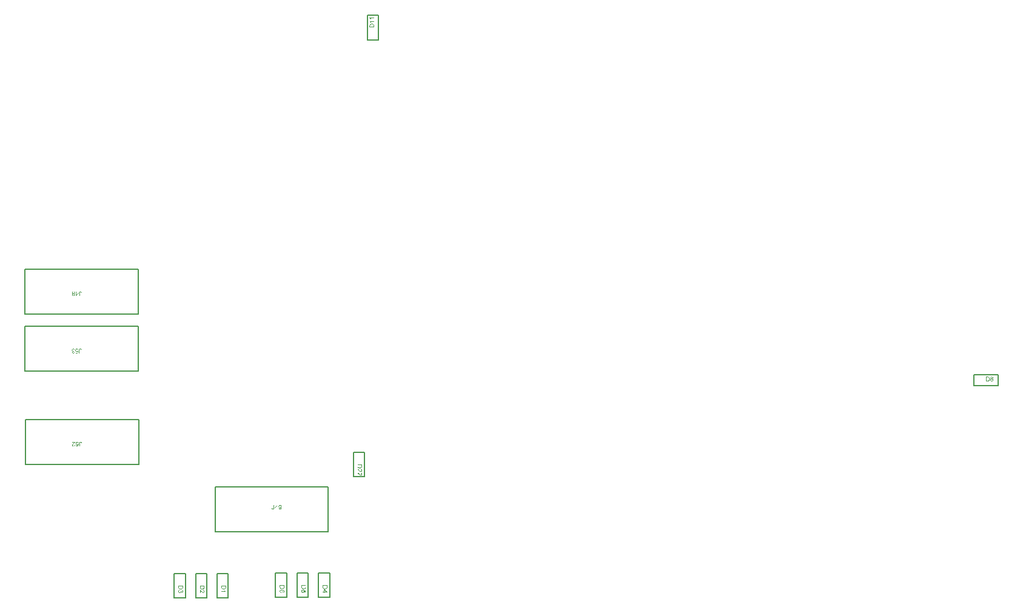
<source format=gbr>
%TF.GenerationSoftware,Altium Limited,Altium Designer,24.10.1 (45)*%
G04 Layer_Color=8388736*
%FSLAX43Y43*%
%MOMM*%
%TF.SameCoordinates,766D9AF5-BA92-4156-BEB6-FD46E2A8267A*%
%TF.FilePolarity,Positive*%
%TF.FileFunction,Other,Mechanical_10*%
%TF.Part,Single*%
G01*
G75*
%TA.AperFunction,NonConductor*%
%ADD81C,0.200*%
G36*
X8237Y47642D02*
X8244Y47641D01*
X8252Y47640D01*
X8271Y47637D01*
X8292Y47631D01*
X8313Y47623D01*
X8324Y47617D01*
X8334Y47611D01*
X8343Y47603D01*
X8353Y47595D01*
X8353Y47594D01*
X8354Y47593D01*
X8356Y47589D01*
X8359Y47586D01*
X8363Y47581D01*
X8366Y47575D01*
X8370Y47567D01*
X8375Y47559D01*
X8378Y47550D01*
X8382Y47539D01*
X8386Y47527D01*
X8390Y47515D01*
X8391Y47501D01*
X8394Y47485D01*
X8395Y47469D01*
Y47452D01*
X8318Y47441D01*
Y47441D01*
Y47443D01*
Y47447D01*
X8317Y47453D01*
X8316Y47458D01*
Y47465D01*
X8314Y47480D01*
X8311Y47497D01*
X8305Y47514D01*
X8300Y47528D01*
X8296Y47535D01*
X8292Y47540D01*
X8291Y47541D01*
X8287Y47544D01*
X8281Y47549D01*
X8274Y47553D01*
X8264Y47559D01*
X8253Y47563D01*
X8239Y47566D01*
X8224Y47567D01*
X8218D01*
X8213Y47566D01*
X8205Y47565D01*
X8196Y47564D01*
X8187Y47562D01*
X8178Y47558D01*
X8169Y47553D01*
X8168Y47552D01*
X8165Y47551D01*
X8161Y47547D01*
X8156Y47543D01*
X8151Y47537D01*
X8145Y47530D01*
X8141Y47523D01*
X8137Y47514D01*
Y47513D01*
X8135Y47509D01*
X8134Y47502D01*
X8133Y47494D01*
X8131Y47483D01*
X8130Y47469D01*
X8128Y47453D01*
Y47433D01*
Y46992D01*
X8043D01*
Y47429D01*
Y47429D01*
Y47432D01*
Y47436D01*
Y47441D01*
X8044Y47449D01*
Y47456D01*
X8046Y47474D01*
X8047Y47494D01*
X8051Y47515D01*
X8057Y47535D01*
X8063Y47553D01*
Y47554D01*
X8064Y47555D01*
X8067Y47561D01*
X8071Y47568D01*
X8078Y47578D01*
X8087Y47588D01*
X8097Y47600D01*
X8110Y47611D01*
X8125Y47620D01*
X8127Y47621D01*
X8133Y47624D01*
X8141Y47627D01*
X8153Y47631D01*
X8168Y47636D01*
X8184Y47639D01*
X8203Y47642D01*
X8223Y47643D01*
X8231D01*
X8237Y47642D01*
D02*
G37*
G36*
X7685Y47478D02*
X7963D01*
Y47406D01*
X7670Y46992D01*
X7606D01*
Y47406D01*
X7520D01*
Y47478D01*
X7606D01*
Y47632D01*
X7685D01*
Y47478D01*
D02*
G37*
G36*
X7245Y47642D02*
X7253Y47641D01*
X7262Y47640D01*
X7273Y47638D01*
X7284Y47636D01*
X7309Y47629D01*
X7322Y47625D01*
X7334Y47620D01*
X7347Y47613D01*
X7360Y47606D01*
X7372Y47598D01*
X7383Y47588D01*
X7384Y47587D01*
X7385Y47585D01*
X7388Y47582D01*
X7392Y47577D01*
X7396Y47572D01*
X7401Y47565D01*
X7406Y47558D01*
X7411Y47549D01*
X7417Y47539D01*
X7422Y47528D01*
X7431Y47505D01*
X7434Y47491D01*
X7437Y47478D01*
X7439Y47463D01*
X7440Y47448D01*
Y47447D01*
Y47445D01*
Y47441D01*
X7439Y47438D01*
Y47432D01*
X7438Y47426D01*
X7436Y47411D01*
X7433Y47394D01*
X7427Y47378D01*
X7419Y47360D01*
X7409Y47343D01*
Y47343D01*
X7407Y47342D01*
X7403Y47337D01*
X7396Y47330D01*
X7385Y47320D01*
X7373Y47311D01*
X7357Y47301D01*
X7339Y47293D01*
X7318Y47286D01*
X7319D01*
X7320Y47285D01*
X7323Y47284D01*
X7326Y47282D01*
X7335Y47279D01*
X7346Y47273D01*
X7358Y47266D01*
X7370Y47257D01*
X7381Y47246D01*
X7391Y47235D01*
X7392Y47233D01*
X7395Y47230D01*
X7398Y47222D01*
X7402Y47213D01*
X7407Y47201D01*
X7410Y47187D01*
X7413Y47172D01*
X7414Y47155D01*
Y47154D01*
Y47152D01*
Y47148D01*
X7413Y47143D01*
X7412Y47137D01*
X7411Y47130D01*
X7408Y47114D01*
X7402Y47096D01*
X7393Y47076D01*
X7387Y47066D01*
X7381Y47056D01*
X7373Y47047D01*
X7364Y47037D01*
X7363Y47037D01*
X7361Y47036D01*
X7359Y47033D01*
X7355Y47030D01*
X7350Y47026D01*
X7344Y47023D01*
X7336Y47018D01*
X7329Y47013D01*
X7320Y47009D01*
X7310Y47004D01*
X7299Y47000D01*
X7287Y46997D01*
X7261Y46991D01*
X7246Y46990D01*
X7231Y46989D01*
X7223D01*
X7217Y46990D01*
X7210Y46991D01*
X7201Y46992D01*
X7192Y46993D01*
X7183Y46996D01*
X7161Y47001D01*
X7139Y47010D01*
X7128Y47015D01*
X7116Y47022D01*
X7106Y47030D01*
X7096Y47038D01*
X7095Y47039D01*
X7094Y47040D01*
X7091Y47043D01*
X7088Y47047D01*
X7084Y47052D01*
X7079Y47058D01*
X7070Y47072D01*
X7061Y47089D01*
X7053Y47110D01*
X7046Y47133D01*
X7045Y47145D01*
X7044Y47158D01*
Y47159D01*
Y47159D01*
Y47165D01*
X7045Y47173D01*
X7047Y47184D01*
X7050Y47196D01*
X7054Y47209D01*
X7060Y47222D01*
X7068Y47235D01*
X7069Y47237D01*
X7073Y47241D01*
X7079Y47246D01*
X7086Y47254D01*
X7096Y47262D01*
X7108Y47270D01*
X7122Y47279D01*
X7139Y47286D01*
X7138D01*
X7136Y47287D01*
X7133Y47288D01*
X7129Y47290D01*
X7118Y47294D01*
X7105Y47301D01*
X7091Y47310D01*
X7077Y47320D01*
X7063Y47333D01*
X7050Y47348D01*
Y47349D01*
X7049Y47350D01*
X7045Y47355D01*
X7040Y47365D01*
X7034Y47377D01*
X7029Y47392D01*
X7023Y47409D01*
X7019Y47429D01*
X7018Y47450D01*
Y47451D01*
Y47453D01*
Y47458D01*
X7019Y47464D01*
X7020Y47470D01*
X7021Y47478D01*
X7023Y47488D01*
X7026Y47498D01*
X7032Y47519D01*
X7037Y47531D01*
X7043Y47542D01*
X7050Y47554D01*
X7057Y47565D01*
X7066Y47576D01*
X7077Y47588D01*
X7078Y47588D01*
X7079Y47590D01*
X7082Y47593D01*
X7087Y47596D01*
X7093Y47600D01*
X7100Y47605D01*
X7108Y47610D01*
X7117Y47615D01*
X7128Y47621D01*
X7140Y47625D01*
X7152Y47630D01*
X7165Y47635D01*
X7180Y47637D01*
X7196Y47640D01*
X7212Y47642D01*
X7229Y47643D01*
X7238D01*
X7245Y47642D01*
D02*
G37*
G36*
X134906Y35729D02*
X134924Y35728D01*
X134943Y35726D01*
X134961Y35723D01*
X134977Y35720D01*
X134978D01*
X134980Y35719D01*
X134982D01*
X134986Y35718D01*
X134996Y35715D01*
X135009Y35710D01*
X135024Y35704D01*
X135040Y35695D01*
X135055Y35686D01*
X135070Y35674D01*
X135071Y35673D01*
X135072Y35672D01*
X135075Y35670D01*
X135078Y35667D01*
X135088Y35658D01*
X135099Y35645D01*
X135111Y35629D01*
X135124Y35610D01*
X135136Y35589D01*
X135146Y35565D01*
Y35564D01*
X135147Y35562D01*
X135149Y35559D01*
X135150Y35553D01*
X135152Y35547D01*
X135154Y35539D01*
X135156Y35531D01*
X135159Y35521D01*
X135162Y35511D01*
X135164Y35499D01*
X135168Y35473D01*
X135171Y35444D01*
X135172Y35413D01*
Y35412D01*
Y35410D01*
Y35405D01*
Y35401D01*
X135171Y35394D01*
Y35387D01*
X135170Y35369D01*
X135167Y35349D01*
X135164Y35327D01*
X135160Y35305D01*
X135154Y35283D01*
Y35282D01*
X135153Y35280D01*
X135152Y35278D01*
X135152Y35274D01*
X135148Y35264D01*
X135142Y35251D01*
X135137Y35236D01*
X135129Y35221D01*
X135120Y35205D01*
X135111Y35191D01*
X135110Y35189D01*
X135106Y35184D01*
X135101Y35178D01*
X135093Y35169D01*
X135085Y35160D01*
X135075Y35151D01*
X135065Y35141D01*
X135053Y35132D01*
X135051Y35131D01*
X135047Y35129D01*
X135041Y35125D01*
X135031Y35120D01*
X135020Y35115D01*
X135007Y35110D01*
X134992Y35105D01*
X134976Y35100D01*
X134974D01*
X134971Y35099D01*
X134968Y35098D01*
X134959Y35097D01*
X134946Y35095D01*
X134931Y35094D01*
X134914Y35092D01*
X134894Y35091D01*
X134873Y35090D01*
X134643D01*
Y35730D01*
X134889D01*
X134906Y35729D01*
D02*
G37*
G36*
X135478Y35731D02*
X135485Y35731D01*
X135494Y35730D01*
X135503Y35729D01*
X135512Y35726D01*
X135534Y35720D01*
X135556Y35712D01*
X135568Y35707D01*
X135579Y35700D01*
X135589Y35692D01*
X135599Y35683D01*
X135600Y35682D01*
X135601Y35682D01*
X135604Y35679D01*
X135607Y35675D01*
X135611Y35670D01*
X135616Y35664D01*
X135625Y35650D01*
X135634Y35633D01*
X135642Y35612D01*
X135649Y35589D01*
X135650Y35577D01*
X135651Y35564D01*
Y35563D01*
Y35562D01*
Y35557D01*
X135650Y35548D01*
X135648Y35538D01*
X135645Y35525D01*
X135641Y35512D01*
X135635Y35499D01*
X135627Y35486D01*
X135626Y35485D01*
X135622Y35481D01*
X135617Y35475D01*
X135609Y35468D01*
X135599Y35460D01*
X135587Y35451D01*
X135573Y35443D01*
X135556Y35436D01*
X135557D01*
X135559Y35435D01*
X135562Y35434D01*
X135566Y35432D01*
X135577Y35427D01*
X135590Y35421D01*
X135604Y35412D01*
X135618Y35401D01*
X135632Y35388D01*
X135645Y35374D01*
Y35373D01*
X135646Y35372D01*
X135650Y35366D01*
X135655Y35357D01*
X135661Y35345D01*
X135666Y35330D01*
X135672Y35313D01*
X135676Y35293D01*
X135677Y35272D01*
Y35271D01*
Y35268D01*
Y35264D01*
X135676Y35258D01*
X135675Y35252D01*
X135674Y35243D01*
X135672Y35234D01*
X135669Y35224D01*
X135663Y35203D01*
X135658Y35191D01*
X135652Y35180D01*
X135645Y35168D01*
X135638Y35156D01*
X135629Y35145D01*
X135618Y35134D01*
X135617Y35133D01*
X135616Y35131D01*
X135613Y35129D01*
X135608Y35126D01*
X135602Y35121D01*
X135595Y35117D01*
X135587Y35112D01*
X135578Y35106D01*
X135568Y35101D01*
X135556Y35096D01*
X135543Y35092D01*
X135530Y35087D01*
X135515Y35084D01*
X135499Y35082D01*
X135483Y35080D01*
X135466Y35079D01*
X135457D01*
X135450Y35080D01*
X135442Y35081D01*
X135433Y35082D01*
X135422Y35083D01*
X135411Y35086D01*
X135386Y35093D01*
X135373Y35097D01*
X135361Y35102D01*
X135348Y35108D01*
X135335Y35116D01*
X135323Y35124D01*
X135312Y35134D01*
X135311Y35135D01*
X135310Y35137D01*
X135307Y35140D01*
X135303Y35144D01*
X135299Y35150D01*
X135294Y35156D01*
X135289Y35164D01*
X135284Y35173D01*
X135278Y35182D01*
X135274Y35193D01*
X135264Y35217D01*
X135261Y35230D01*
X135258Y35244D01*
X135256Y35259D01*
X135255Y35274D01*
Y35275D01*
Y35277D01*
Y35280D01*
X135256Y35284D01*
Y35290D01*
X135257Y35296D01*
X135259Y35311D01*
X135262Y35327D01*
X135268Y35344D01*
X135276Y35362D01*
X135286Y35378D01*
Y35379D01*
X135288Y35380D01*
X135292Y35385D01*
X135299Y35392D01*
X135310Y35401D01*
X135323Y35411D01*
X135338Y35421D01*
X135356Y35429D01*
X135377Y35436D01*
X135376D01*
X135375Y35437D01*
X135372Y35437D01*
X135369Y35439D01*
X135360Y35443D01*
X135349Y35449D01*
X135337Y35456D01*
X135325Y35465D01*
X135314Y35475D01*
X135304Y35486D01*
X135303Y35488D01*
X135300Y35492D01*
X135297Y35499D01*
X135293Y35509D01*
X135288Y35521D01*
X135285Y35535D01*
X135282Y35550D01*
X135281Y35567D01*
Y35568D01*
Y35570D01*
Y35573D01*
X135282Y35579D01*
X135283Y35584D01*
X135284Y35592D01*
X135287Y35608D01*
X135293Y35626D01*
X135302Y35646D01*
X135308Y35656D01*
X135314Y35666D01*
X135323Y35675D01*
X135331Y35684D01*
X135332Y35685D01*
X135334Y35686D01*
X135336Y35689D01*
X135340Y35692D01*
X135345Y35695D01*
X135351Y35699D01*
X135359Y35704D01*
X135366Y35708D01*
X135375Y35713D01*
X135385Y35718D01*
X135397Y35721D01*
X135409Y35725D01*
X135434Y35731D01*
X135449Y35731D01*
X135464Y35732D01*
X135472D01*
X135478Y35731D01*
D02*
G37*
G36*
X35281Y17399D02*
Y17398D01*
Y17396D01*
Y17392D01*
Y17386D01*
X35280Y17379D01*
Y17372D01*
X35278Y17354D01*
X35276Y17334D01*
X35273Y17312D01*
X35267Y17293D01*
X35261Y17275D01*
Y17274D01*
X35260Y17273D01*
X35257Y17267D01*
X35252Y17260D01*
X35246Y17250D01*
X35237Y17239D01*
X35227Y17228D01*
X35214Y17217D01*
X35199Y17208D01*
X35197Y17207D01*
X35191Y17204D01*
X35183Y17201D01*
X35171Y17197D01*
X35156Y17192D01*
X35140Y17189D01*
X35121Y17186D01*
X35101Y17185D01*
X35092D01*
X35087Y17186D01*
X35080Y17187D01*
X35072Y17188D01*
X35053Y17191D01*
X35032Y17197D01*
X35011Y17205D01*
X35000Y17211D01*
X34990Y17217D01*
X34981Y17225D01*
X34971Y17233D01*
X34970Y17234D01*
X34970Y17235D01*
X34968Y17238D01*
X34965Y17242D01*
X34961Y17247D01*
X34957Y17253D01*
X34954Y17261D01*
X34949Y17269D01*
X34945Y17278D01*
X34942Y17289D01*
X34938Y17300D01*
X34934Y17313D01*
X34933Y17327D01*
X34930Y17343D01*
X34929Y17359D01*
Y17376D01*
X35006Y17387D01*
Y17386D01*
Y17385D01*
Y17381D01*
X35006Y17375D01*
X35007Y17370D01*
Y17363D01*
X35010Y17348D01*
X35013Y17331D01*
X35019Y17314D01*
X35024Y17299D01*
X35028Y17293D01*
X35032Y17287D01*
X35033Y17287D01*
X35037Y17284D01*
X35043Y17279D01*
X35050Y17275D01*
X35060Y17269D01*
X35071Y17265D01*
X35085Y17262D01*
X35100Y17261D01*
X35105D01*
X35111Y17262D01*
X35119Y17263D01*
X35128Y17264D01*
X35137Y17266D01*
X35146Y17270D01*
X35155Y17275D01*
X35156Y17275D01*
X35159Y17277D01*
X35163Y17281D01*
X35168Y17285D01*
X35173Y17291D01*
X35178Y17298D01*
X35183Y17305D01*
X35187Y17314D01*
Y17315D01*
X35189Y17319D01*
X35190Y17325D01*
X35191Y17334D01*
X35193Y17345D01*
X35194Y17359D01*
X35196Y17375D01*
Y17395D01*
Y17836D01*
X35281D01*
Y17399D01*
D02*
G37*
G36*
X36097Y17838D02*
X36101D01*
X36108Y17837D01*
X36123Y17834D01*
X36141Y17830D01*
X36160Y17824D01*
X36180Y17815D01*
X36199Y17804D01*
X36200D01*
X36201Y17802D01*
X36204Y17801D01*
X36207Y17798D01*
X36217Y17790D01*
X36229Y17780D01*
X36241Y17766D01*
X36255Y17750D01*
X36267Y17730D01*
X36278Y17708D01*
Y17707D01*
X36279Y17705D01*
X36281Y17702D01*
X36282Y17697D01*
X36284Y17691D01*
X36287Y17682D01*
X36289Y17673D01*
X36292Y17663D01*
X36294Y17651D01*
X36297Y17637D01*
X36299Y17622D01*
X36301Y17606D01*
X36303Y17589D01*
X36305Y17570D01*
X36305Y17550D01*
Y17529D01*
Y17528D01*
Y17523D01*
Y17517D01*
Y17508D01*
X36305Y17498D01*
Y17486D01*
X36304Y17472D01*
X36302Y17459D01*
X36299Y17427D01*
X36294Y17394D01*
X36288Y17362D01*
X36283Y17347D01*
X36279Y17333D01*
Y17332D01*
X36278Y17330D01*
X36276Y17326D01*
X36274Y17321D01*
X36271Y17315D01*
X36268Y17308D01*
X36258Y17292D01*
X36247Y17275D01*
X36234Y17256D01*
X36218Y17238D01*
X36199Y17223D01*
X36198D01*
X36196Y17221D01*
X36194Y17219D01*
X36190Y17217D01*
X36184Y17214D01*
X36179Y17211D01*
X36171Y17207D01*
X36164Y17204D01*
X36146Y17197D01*
X36125Y17190D01*
X36102Y17187D01*
X36076Y17185D01*
X36069D01*
X36064Y17186D01*
X36058D01*
X36050Y17187D01*
X36033Y17190D01*
X36013Y17195D01*
X35993Y17202D01*
X35973Y17213D01*
X35962Y17219D01*
X35953Y17226D01*
X35952Y17227D01*
X35951Y17228D01*
X35949Y17231D01*
X35946Y17234D01*
X35942Y17238D01*
X35938Y17244D01*
X35928Y17257D01*
X35919Y17274D01*
X35910Y17294D01*
X35902Y17317D01*
X35897Y17344D01*
X35973Y17350D01*
Y17349D01*
X35974Y17348D01*
Y17346D01*
X35974Y17342D01*
X35977Y17332D01*
X35981Y17321D01*
X35986Y17308D01*
X35992Y17295D01*
X35999Y17283D01*
X36009Y17273D01*
X36010Y17272D01*
X36013Y17269D01*
X36020Y17265D01*
X36027Y17262D01*
X36037Y17257D01*
X36049Y17253D01*
X36063Y17250D01*
X36078Y17250D01*
X36085D01*
X36091Y17250D01*
X36099Y17251D01*
X36109Y17253D01*
X36120Y17256D01*
X36131Y17260D01*
X36141Y17265D01*
X36142Y17266D01*
X36146Y17268D01*
X36151Y17272D01*
X36157Y17277D01*
X36164Y17284D01*
X36171Y17291D01*
X36179Y17299D01*
X36186Y17310D01*
X36187Y17311D01*
X36189Y17315D01*
X36193Y17322D01*
X36196Y17330D01*
X36201Y17341D01*
X36206Y17354D01*
X36210Y17369D01*
X36215Y17385D01*
Y17386D01*
X36216Y17387D01*
Y17390D01*
X36217Y17394D01*
X36219Y17403D01*
X36221Y17415D01*
X36223Y17430D01*
X36225Y17446D01*
X36226Y17463D01*
X36227Y17482D01*
Y17483D01*
Y17485D01*
Y17490D01*
Y17497D01*
X36226Y17496D01*
X36222Y17491D01*
X36217Y17484D01*
X36210Y17475D01*
X36201Y17466D01*
X36190Y17456D01*
X36177Y17446D01*
X36162Y17436D01*
X36160Y17435D01*
X36155Y17433D01*
X36146Y17429D01*
X36136Y17425D01*
X36122Y17421D01*
X36108Y17417D01*
X36091Y17414D01*
X36073Y17413D01*
X36066D01*
X36060Y17414D01*
X36053Y17415D01*
X36046Y17416D01*
X36036Y17418D01*
X36027Y17421D01*
X36006Y17427D01*
X35995Y17432D01*
X35984Y17437D01*
X35972Y17444D01*
X35961Y17452D01*
X35950Y17460D01*
X35939Y17471D01*
X35938Y17471D01*
X35937Y17473D01*
X35935Y17476D01*
X35931Y17481D01*
X35926Y17487D01*
X35922Y17494D01*
X35917Y17502D01*
X35913Y17511D01*
X35907Y17521D01*
X35902Y17532D01*
X35898Y17545D01*
X35893Y17558D01*
X35889Y17573D01*
X35888Y17589D01*
X35886Y17605D01*
X35885Y17622D01*
Y17623D01*
Y17627D01*
Y17631D01*
X35886Y17638D01*
X35887Y17646D01*
X35888Y17656D01*
X35889Y17667D01*
X35892Y17679D01*
X35899Y17703D01*
X35903Y17716D01*
X35909Y17729D01*
X35915Y17742D01*
X35924Y17754D01*
X35932Y17767D01*
X35942Y17778D01*
X35943Y17779D01*
X35945Y17781D01*
X35948Y17784D01*
X35952Y17788D01*
X35958Y17792D01*
X35965Y17798D01*
X35973Y17802D01*
X35982Y17809D01*
X35991Y17814D01*
X36002Y17819D01*
X36027Y17829D01*
X36040Y17833D01*
X36055Y17836D01*
X36070Y17838D01*
X36085Y17839D01*
X36092D01*
X36097Y17838D01*
D02*
G37*
G36*
X35717Y17422D02*
X35804D01*
Y17349D01*
X35717D01*
Y17196D01*
X35639D01*
Y17349D01*
X35361D01*
Y17422D01*
X35654Y17836D01*
X35717D01*
Y17422D01*
D02*
G37*
G36*
X7781Y26642D02*
X7788Y26641D01*
X7797Y26640D01*
X7807Y26639D01*
X7817Y26637D01*
X7840Y26631D01*
X7863Y26623D01*
X7875Y26617D01*
X7887Y26611D01*
X7898Y26603D01*
X7910Y26595D01*
X7910Y26594D01*
X7912Y26593D01*
X7914Y26589D01*
X7918Y26586D01*
X7923Y26581D01*
X7927Y26576D01*
X7933Y26568D01*
X7937Y26560D01*
X7943Y26552D01*
X7948Y26541D01*
X7959Y26519D01*
X7967Y26493D01*
X7970Y26479D01*
X7971Y26465D01*
X7889Y26458D01*
Y26459D01*
Y26461D01*
X7888Y26464D01*
X7887Y26468D01*
X7885Y26478D01*
X7881Y26492D01*
X7875Y26506D01*
X7868Y26522D01*
X7859Y26536D01*
X7848Y26549D01*
X7846Y26550D01*
X7842Y26553D01*
X7835Y26558D01*
X7824Y26564D01*
X7813Y26569D01*
X7800Y26574D01*
X7784Y26577D01*
X7766Y26578D01*
X7761D01*
X7757Y26577D01*
X7746Y26576D01*
X7733Y26573D01*
X7717Y26568D01*
X7702Y26561D01*
X7685Y26550D01*
X7677Y26543D01*
X7670Y26536D01*
X7669Y26535D01*
X7668Y26534D01*
X7666Y26531D01*
X7664Y26528D01*
X7657Y26518D01*
X7650Y26505D01*
X7643Y26490D01*
X7637Y26470D01*
X7632Y26447D01*
X7630Y26435D01*
Y26422D01*
Y26421D01*
Y26419D01*
Y26416D01*
X7631Y26411D01*
Y26405D01*
X7632Y26399D01*
X7635Y26384D01*
X7640Y26367D01*
X7646Y26349D01*
X7655Y26332D01*
X7668Y26317D01*
Y26316D01*
X7670Y26315D01*
X7675Y26310D01*
X7683Y26304D01*
X7694Y26296D01*
X7709Y26290D01*
X7726Y26283D01*
X7745Y26279D01*
X7756Y26277D01*
X7774D01*
X7781Y26278D01*
X7790Y26279D01*
X7801Y26282D01*
X7812Y26284D01*
X7824Y26289D01*
X7837Y26294D01*
X7837Y26295D01*
X7841Y26297D01*
X7847Y26302D01*
X7854Y26306D01*
X7861Y26313D01*
X7869Y26321D01*
X7877Y26330D01*
X7884Y26340D01*
X7958Y26330D01*
X7896Y26000D01*
X7578D01*
Y26075D01*
X7834D01*
X7868Y26248D01*
X7867Y26247D01*
X7865Y26246D01*
X7862Y26245D01*
X7858Y26242D01*
X7852Y26239D01*
X7846Y26235D01*
X7831Y26228D01*
X7812Y26221D01*
X7792Y26214D01*
X7770Y26209D01*
X7759Y26208D01*
X7739D01*
X7733Y26208D01*
X7726Y26209D01*
X7717Y26210D01*
X7708Y26212D01*
X7698Y26215D01*
X7676Y26221D01*
X7664Y26226D01*
X7652Y26233D01*
X7640Y26239D01*
X7628Y26246D01*
X7616Y26256D01*
X7605Y26266D01*
X7604Y26267D01*
X7603Y26269D01*
X7600Y26271D01*
X7596Y26276D01*
X7591Y26282D01*
X7587Y26289D01*
X7581Y26297D01*
X7576Y26306D01*
X7571Y26317D01*
X7566Y26328D01*
X7561Y26341D01*
X7556Y26354D01*
X7553Y26368D01*
X7550Y26383D01*
X7548Y26399D01*
X7547Y26416D01*
Y26417D01*
Y26419D01*
Y26424D01*
X7548Y26430D01*
X7549Y26438D01*
X7550Y26446D01*
X7552Y26456D01*
X7554Y26466D01*
X7559Y26490D01*
X7568Y26515D01*
X7574Y26528D01*
X7581Y26540D01*
X7589Y26553D01*
X7598Y26565D01*
X7599Y26566D01*
X7601Y26569D01*
X7604Y26573D01*
X7609Y26577D01*
X7616Y26583D01*
X7623Y26590D01*
X7632Y26597D01*
X7642Y26604D01*
X7653Y26612D01*
X7666Y26618D01*
X7680Y26625D01*
X7695Y26631D01*
X7711Y26636D01*
X7728Y26639D01*
X7747Y26642D01*
X7766Y26643D01*
X7775D01*
X7781Y26642D01*
D02*
G37*
G36*
X8272D02*
X8279Y26641D01*
X8287Y26640D01*
X8306Y26637D01*
X8327Y26631D01*
X8348Y26623D01*
X8359Y26617D01*
X8369Y26611D01*
X8378Y26603D01*
X8388Y26595D01*
X8388Y26594D01*
X8389Y26593D01*
X8391Y26589D01*
X8394Y26586D01*
X8398Y26581D01*
X8401Y26575D01*
X8405Y26567D01*
X8410Y26559D01*
X8413Y26550D01*
X8417Y26539D01*
X8421Y26527D01*
X8425Y26515D01*
X8426Y26501D01*
X8429Y26485D01*
X8430Y26469D01*
Y26452D01*
X8353Y26441D01*
Y26441D01*
Y26443D01*
Y26447D01*
X8352Y26453D01*
X8351Y26458D01*
Y26465D01*
X8349Y26480D01*
X8346Y26497D01*
X8340Y26514D01*
X8335Y26528D01*
X8331Y26535D01*
X8327Y26540D01*
X8326Y26541D01*
X8322Y26544D01*
X8316Y26549D01*
X8309Y26553D01*
X8299Y26559D01*
X8288Y26563D01*
X8274Y26566D01*
X8259Y26567D01*
X8253D01*
X8248Y26566D01*
X8240Y26565D01*
X8231Y26564D01*
X8222Y26562D01*
X8213Y26558D01*
X8204Y26553D01*
X8203Y26552D01*
X8200Y26551D01*
X8196Y26547D01*
X8191Y26543D01*
X8186Y26537D01*
X8180Y26530D01*
X8176Y26523D01*
X8172Y26514D01*
Y26513D01*
X8170Y26509D01*
X8169Y26503D01*
X8167Y26494D01*
X8166Y26483D01*
X8165Y26469D01*
X8163Y26453D01*
Y26433D01*
Y25992D01*
X8078D01*
Y26429D01*
Y26429D01*
Y26432D01*
Y26436D01*
Y26441D01*
X8079Y26449D01*
Y26456D01*
X8081Y26474D01*
X8082Y26494D01*
X8086Y26515D01*
X8092Y26535D01*
X8098Y26553D01*
Y26554D01*
X8099Y26555D01*
X8102Y26561D01*
X8106Y26568D01*
X8113Y26578D01*
X8122Y26588D01*
X8132Y26600D01*
X8145Y26611D01*
X8160Y26620D01*
X8162Y26621D01*
X8167Y26624D01*
X8176Y26627D01*
X8188Y26631D01*
X8203Y26636D01*
X8219Y26639D01*
X8238Y26642D01*
X8258Y26643D01*
X8266D01*
X8272Y26642D01*
D02*
G37*
G36*
X7485Y26631D02*
Y26627D01*
Y26622D01*
X7484Y26614D01*
X7483Y26606D01*
X7481Y26597D01*
X7480Y26588D01*
X7476Y26577D01*
Y26576D01*
X7475Y26576D01*
X7473Y26570D01*
X7469Y26562D01*
X7464Y26551D01*
X7457Y26538D01*
X7447Y26523D01*
X7437Y26508D01*
X7424Y26492D01*
Y26491D01*
X7422Y26490D01*
X7418Y26485D01*
X7409Y26477D01*
X7397Y26465D01*
X7383Y26451D01*
X7366Y26434D01*
X7345Y26416D01*
X7322Y26396D01*
X7321Y26395D01*
X7317Y26392D01*
X7311Y26388D01*
X7305Y26382D01*
X7297Y26375D01*
X7286Y26367D01*
X7276Y26357D01*
X7264Y26347D01*
X7241Y26325D01*
X7218Y26303D01*
X7207Y26292D01*
X7197Y26281D01*
X7187Y26270D01*
X7180Y26260D01*
Y26259D01*
X7178Y26258D01*
X7176Y26256D01*
X7175Y26252D01*
X7168Y26242D01*
X7161Y26230D01*
X7154Y26215D01*
X7148Y26199D01*
X7144Y26182D01*
X7142Y26165D01*
Y26164D01*
Y26163D01*
X7143Y26158D01*
X7144Y26148D01*
X7147Y26138D01*
X7150Y26125D01*
X7157Y26112D01*
X7165Y26099D01*
X7176Y26086D01*
X7178Y26085D01*
X7183Y26081D01*
X7189Y26076D01*
X7199Y26070D01*
X7212Y26064D01*
X7227Y26059D01*
X7245Y26055D01*
X7264Y26054D01*
X7270D01*
X7273Y26055D01*
X7285Y26056D01*
X7297Y26059D01*
X7311Y26062D01*
X7327Y26069D01*
X7342Y26077D01*
X7356Y26088D01*
X7358Y26090D01*
X7361Y26095D01*
X7367Y26102D01*
X7372Y26113D01*
X7379Y26126D01*
X7384Y26143D01*
X7388Y26161D01*
X7390Y26183D01*
X7470Y26174D01*
Y26173D01*
X7469Y26171D01*
Y26166D01*
X7469Y26159D01*
X7467Y26152D01*
X7465Y26144D01*
X7462Y26134D01*
X7459Y26123D01*
X7452Y26101D01*
X7441Y26079D01*
X7434Y26068D01*
X7426Y26057D01*
X7418Y26047D01*
X7408Y26037D01*
X7408Y26037D01*
X7406Y26036D01*
X7403Y26033D01*
X7398Y26030D01*
X7393Y26026D01*
X7386Y26023D01*
X7379Y26018D01*
X7370Y26013D01*
X7359Y26009D01*
X7348Y26004D01*
X7336Y26000D01*
X7323Y25997D01*
X7310Y25994D01*
X7295Y25991D01*
X7279Y25990D01*
X7262Y25989D01*
X7253D01*
X7247Y25990D01*
X7239Y25991D01*
X7230Y25992D01*
X7220Y25994D01*
X7210Y25996D01*
X7186Y26002D01*
X7162Y26012D01*
X7150Y26017D01*
X7138Y26024D01*
X7126Y26032D01*
X7116Y26041D01*
X7115Y26042D01*
X7114Y26043D01*
X7112Y26047D01*
X7108Y26050D01*
X7103Y26055D01*
X7099Y26061D01*
X7094Y26068D01*
X7089Y26076D01*
X7079Y26094D01*
X7070Y26116D01*
X7066Y26127D01*
X7064Y26140D01*
X7063Y26153D01*
X7062Y26167D01*
Y26169D01*
Y26173D01*
X7063Y26181D01*
X7064Y26191D01*
X7065Y26202D01*
X7069Y26215D01*
X7073Y26229D01*
X7078Y26243D01*
X7079Y26245D01*
X7081Y26249D01*
X7085Y26257D01*
X7090Y26267D01*
X7098Y26278D01*
X7107Y26292D01*
X7118Y26306D01*
X7131Y26321D01*
X7133Y26323D01*
X7138Y26329D01*
X7142Y26333D01*
X7147Y26338D01*
X7152Y26343D01*
X7160Y26351D01*
X7167Y26358D01*
X7176Y26367D01*
X7186Y26376D01*
X7197Y26386D01*
X7209Y26396D01*
X7222Y26408D01*
X7236Y26420D01*
X7251Y26433D01*
X7252Y26434D01*
X7254Y26436D01*
X7258Y26439D01*
X7262Y26442D01*
X7268Y26448D01*
X7274Y26454D01*
X7289Y26466D01*
X7305Y26479D01*
X7320Y26493D01*
X7333Y26505D01*
X7338Y26510D01*
X7343Y26515D01*
X7344Y26515D01*
X7346Y26518D01*
X7350Y26522D01*
X7355Y26527D01*
X7359Y26534D01*
X7365Y26540D01*
X7376Y26556D01*
X7061D01*
Y26632D01*
X7485D01*
Y26631D01*
D02*
G37*
G36*
X7736Y39642D02*
X7743Y39641D01*
X7752Y39640D01*
X7762Y39639D01*
X7772Y39637D01*
X7795Y39631D01*
X7818Y39623D01*
X7830Y39617D01*
X7842Y39611D01*
X7853Y39603D01*
X7865Y39595D01*
X7865Y39594D01*
X7867Y39593D01*
X7869Y39589D01*
X7873Y39586D01*
X7878Y39581D01*
X7882Y39576D01*
X7888Y39568D01*
X7892Y39560D01*
X7898Y39551D01*
X7903Y39541D01*
X7914Y39519D01*
X7922Y39493D01*
X7925Y39479D01*
X7926Y39465D01*
X7844Y39458D01*
Y39459D01*
Y39461D01*
X7843Y39464D01*
X7842Y39468D01*
X7840Y39478D01*
X7836Y39492D01*
X7830Y39506D01*
X7823Y39522D01*
X7814Y39536D01*
X7803Y39549D01*
X7801Y39550D01*
X7797Y39553D01*
X7790Y39558D01*
X7779Y39564D01*
X7768Y39569D01*
X7755Y39574D01*
X7739Y39577D01*
X7721Y39578D01*
X7716D01*
X7712Y39577D01*
X7701Y39576D01*
X7688Y39573D01*
X7672Y39568D01*
X7657Y39561D01*
X7640Y39550D01*
X7632Y39543D01*
X7625Y39536D01*
X7624Y39535D01*
X7623Y39534D01*
X7621Y39531D01*
X7619Y39528D01*
X7612Y39518D01*
X7605Y39505D01*
X7598Y39490D01*
X7592Y39470D01*
X7587Y39447D01*
X7585Y39435D01*
Y39422D01*
Y39421D01*
Y39419D01*
Y39416D01*
X7586Y39411D01*
Y39405D01*
X7587Y39399D01*
X7590Y39384D01*
X7595Y39367D01*
X7601Y39349D01*
X7610Y39332D01*
X7623Y39317D01*
Y39316D01*
X7625Y39315D01*
X7630Y39310D01*
X7638Y39304D01*
X7649Y39296D01*
X7664Y39290D01*
X7681Y39283D01*
X7700Y39279D01*
X7711Y39277D01*
X7729D01*
X7736Y39278D01*
X7745Y39279D01*
X7756Y39282D01*
X7767Y39284D01*
X7779Y39289D01*
X7792Y39294D01*
X7792Y39295D01*
X7796Y39297D01*
X7802Y39302D01*
X7809Y39306D01*
X7816Y39313D01*
X7824Y39321D01*
X7832Y39330D01*
X7839Y39340D01*
X7913Y39330D01*
X7851Y39000D01*
X7533D01*
Y39075D01*
X7789D01*
X7823Y39248D01*
X7822Y39247D01*
X7820Y39246D01*
X7817Y39245D01*
X7813Y39242D01*
X7807Y39239D01*
X7801Y39235D01*
X7786Y39228D01*
X7767Y39221D01*
X7747Y39214D01*
X7725Y39209D01*
X7714Y39208D01*
X7694D01*
X7688Y39208D01*
X7681Y39209D01*
X7672Y39210D01*
X7663Y39212D01*
X7653Y39215D01*
X7631Y39221D01*
X7619Y39226D01*
X7607Y39233D01*
X7595Y39239D01*
X7583Y39246D01*
X7571Y39256D01*
X7560Y39266D01*
X7559Y39267D01*
X7558Y39269D01*
X7555Y39271D01*
X7551Y39276D01*
X7547Y39282D01*
X7542Y39289D01*
X7536Y39297D01*
X7531Y39306D01*
X7526Y39317D01*
X7521Y39328D01*
X7516Y39341D01*
X7511Y39354D01*
X7508Y39368D01*
X7505Y39383D01*
X7503Y39399D01*
X7502Y39416D01*
Y39417D01*
Y39419D01*
Y39424D01*
X7503Y39430D01*
X7504Y39438D01*
X7505Y39446D01*
X7507Y39456D01*
X7509Y39466D01*
X7514Y39490D01*
X7523Y39515D01*
X7529Y39528D01*
X7536Y39540D01*
X7544Y39553D01*
X7553Y39565D01*
X7554Y39566D01*
X7556Y39569D01*
X7559Y39573D01*
X7564Y39577D01*
X7571Y39583D01*
X7578Y39590D01*
X7587Y39597D01*
X7597Y39604D01*
X7608Y39612D01*
X7621Y39618D01*
X7635Y39625D01*
X7650Y39631D01*
X7666Y39636D01*
X7683Y39639D01*
X7702Y39642D01*
X7721Y39643D01*
X7730D01*
X7736Y39642D01*
D02*
G37*
G36*
X7240D02*
X7247Y39641D01*
X7255Y39640D01*
X7265Y39638D01*
X7275Y39637D01*
X7297Y39631D01*
X7320Y39622D01*
X7332Y39616D01*
X7343Y39610D01*
X7354Y39601D01*
X7365Y39593D01*
X7366Y39592D01*
X7368Y39590D01*
X7371Y39588D01*
X7374Y39584D01*
X7378Y39579D01*
X7383Y39573D01*
X7388Y39566D01*
X7394Y39558D01*
X7399Y39549D01*
X7405Y39539D01*
X7415Y39517D01*
X7424Y39491D01*
X7426Y39478D01*
X7428Y39463D01*
X7350Y39453D01*
Y39453D01*
X7349Y39455D01*
X7348Y39459D01*
X7347Y39464D01*
X7346Y39469D01*
X7344Y39476D01*
X7339Y39490D01*
X7333Y39506D01*
X7325Y39522D01*
X7315Y39537D01*
X7304Y39550D01*
X7302Y39551D01*
X7299Y39554D01*
X7291Y39559D01*
X7282Y39564D01*
X7271Y39569D01*
X7257Y39574D01*
X7241Y39577D01*
X7225Y39578D01*
X7219D01*
X7216Y39577D01*
X7205Y39576D01*
X7192Y39574D01*
X7178Y39569D01*
X7162Y39563D01*
X7146Y39553D01*
X7131Y39540D01*
X7130Y39539D01*
X7125Y39533D01*
X7119Y39525D01*
X7112Y39514D01*
X7105Y39500D01*
X7099Y39484D01*
X7094Y39466D01*
X7093Y39445D01*
Y39444D01*
Y39442D01*
Y39440D01*
X7093Y39436D01*
X7094Y39426D01*
X7097Y39414D01*
X7101Y39399D01*
X7107Y39384D01*
X7117Y39369D01*
X7129Y39355D01*
X7130Y39354D01*
X7135Y39350D01*
X7142Y39344D01*
X7153Y39338D01*
X7166Y39331D01*
X7181Y39326D01*
X7199Y39322D01*
X7218Y39320D01*
X7227D01*
X7233Y39321D01*
X7241Y39322D01*
X7251Y39324D01*
X7262Y39326D01*
X7274Y39329D01*
X7265Y39259D01*
X7260D01*
X7256Y39260D01*
X7244D01*
X7234Y39258D01*
X7222Y39257D01*
X7208Y39254D01*
X7192Y39249D01*
X7178Y39243D01*
X7162Y39234D01*
X7161D01*
X7160Y39233D01*
X7155Y39230D01*
X7149Y39223D01*
X7142Y39215D01*
X7134Y39203D01*
X7128Y39189D01*
X7123Y39173D01*
X7121Y39164D01*
Y39154D01*
Y39153D01*
Y39152D01*
Y39147D01*
X7123Y39139D01*
X7125Y39129D01*
X7129Y39118D01*
X7133Y39106D01*
X7141Y39094D01*
X7151Y39083D01*
X7152Y39082D01*
X7156Y39078D01*
X7163Y39074D01*
X7171Y39068D01*
X7182Y39063D01*
X7195Y39059D01*
X7210Y39055D01*
X7227Y39054D01*
X7234D01*
X7242Y39056D01*
X7253Y39058D01*
X7265Y39061D01*
X7277Y39066D01*
X7290Y39074D01*
X7302Y39083D01*
X7303Y39084D01*
X7307Y39088D01*
X7313Y39095D01*
X7319Y39104D01*
X7326Y39116D01*
X7332Y39131D01*
X7338Y39148D01*
X7341Y39169D01*
X7420Y39155D01*
Y39154D01*
X7419Y39151D01*
X7418Y39147D01*
X7417Y39142D01*
X7415Y39135D01*
X7412Y39128D01*
X7407Y39110D01*
X7398Y39090D01*
X7387Y39070D01*
X7373Y39050D01*
X7355Y39033D01*
X7354Y39032D01*
X7352Y39031D01*
X7350Y39029D01*
X7346Y39026D01*
X7341Y39023D01*
X7335Y39019D01*
X7328Y39015D01*
X7320Y39011D01*
X7301Y39003D01*
X7280Y38996D01*
X7255Y38991D01*
X7242Y38989D01*
X7219D01*
X7209Y38990D01*
X7197Y38992D01*
X7182Y38995D01*
X7166Y39000D01*
X7149Y39005D01*
X7132Y39012D01*
X7131D01*
X7130Y39013D01*
X7125Y39016D01*
X7117Y39022D01*
X7107Y39028D01*
X7096Y39037D01*
X7085Y39048D01*
X7074Y39060D01*
X7065Y39074D01*
X7064Y39075D01*
X7061Y39080D01*
X7057Y39088D01*
X7053Y39098D01*
X7048Y39110D01*
X7044Y39124D01*
X7042Y39140D01*
X7041Y39156D01*
Y39158D01*
Y39163D01*
X7042Y39171D01*
X7044Y39181D01*
X7046Y39193D01*
X7051Y39206D01*
X7056Y39219D01*
X7064Y39232D01*
X7065Y39233D01*
X7068Y39237D01*
X7073Y39244D01*
X7081Y39251D01*
X7090Y39259D01*
X7101Y39269D01*
X7114Y39277D01*
X7130Y39285D01*
X7129D01*
X7127Y39286D01*
X7124Y39287D01*
X7120Y39288D01*
X7110Y39292D01*
X7097Y39297D01*
X7082Y39305D01*
X7068Y39314D01*
X7054Y39326D01*
X7041Y39340D01*
X7040Y39342D01*
X7036Y39347D01*
X7031Y39356D01*
X7025Y39368D01*
X7020Y39383D01*
X7014Y39401D01*
X7010Y39421D01*
X7009Y39443D01*
Y39444D01*
Y39447D01*
Y39452D01*
X7010Y39457D01*
X7011Y39465D01*
X7013Y39473D01*
X7015Y39482D01*
X7017Y39492D01*
X7024Y39515D01*
X7030Y39527D01*
X7035Y39538D01*
X7043Y39550D01*
X7051Y39562D01*
X7060Y39574D01*
X7071Y39585D01*
X7072Y39586D01*
X7074Y39588D01*
X7078Y39590D01*
X7082Y39594D01*
X7088Y39599D01*
X7095Y39603D01*
X7104Y39609D01*
X7114Y39613D01*
X7124Y39619D01*
X7136Y39625D01*
X7148Y39629D01*
X7162Y39634D01*
X7177Y39637D01*
X7192Y39640D01*
X7208Y39642D01*
X7226Y39643D01*
X7234D01*
X7240Y39642D01*
D02*
G37*
G36*
X8227D02*
X8234Y39641D01*
X8242Y39640D01*
X8261Y39637D01*
X8282Y39631D01*
X8303Y39623D01*
X8314Y39617D01*
X8324Y39611D01*
X8333Y39603D01*
X8343Y39595D01*
X8343Y39594D01*
X8344Y39593D01*
X8346Y39589D01*
X8349Y39586D01*
X8353Y39581D01*
X8356Y39575D01*
X8360Y39567D01*
X8365Y39559D01*
X8368Y39550D01*
X8372Y39539D01*
X8376Y39527D01*
X8380Y39515D01*
X8381Y39501D01*
X8384Y39485D01*
X8385Y39469D01*
Y39452D01*
X8308Y39441D01*
Y39441D01*
Y39443D01*
Y39447D01*
X8307Y39453D01*
X8306Y39458D01*
Y39465D01*
X8304Y39480D01*
X8301Y39497D01*
X8295Y39514D01*
X8290Y39528D01*
X8286Y39535D01*
X8282Y39540D01*
X8281Y39541D01*
X8277Y39544D01*
X8271Y39549D01*
X8264Y39553D01*
X8254Y39559D01*
X8243Y39563D01*
X8229Y39566D01*
X8214Y39567D01*
X8208D01*
X8203Y39566D01*
X8195Y39565D01*
X8186Y39564D01*
X8177Y39562D01*
X8168Y39558D01*
X8159Y39553D01*
X8158Y39552D01*
X8155Y39551D01*
X8151Y39547D01*
X8146Y39543D01*
X8141Y39537D01*
X8135Y39530D01*
X8131Y39523D01*
X8127Y39514D01*
Y39513D01*
X8125Y39509D01*
X8124Y39502D01*
X8123Y39494D01*
X8121Y39483D01*
X8120Y39469D01*
X8118Y39453D01*
Y39433D01*
Y38992D01*
X8033D01*
Y39429D01*
Y39429D01*
Y39432D01*
Y39436D01*
Y39441D01*
X8034Y39449D01*
Y39456D01*
X8036Y39474D01*
X8037Y39494D01*
X8041Y39515D01*
X8047Y39535D01*
X8053Y39553D01*
Y39554D01*
X8054Y39555D01*
X8057Y39561D01*
X8061Y39568D01*
X8068Y39578D01*
X8077Y39588D01*
X8087Y39600D01*
X8100Y39611D01*
X8115Y39620D01*
X8117Y39621D01*
X8123Y39624D01*
X8131Y39627D01*
X8143Y39631D01*
X8158Y39636D01*
X8174Y39639D01*
X8193Y39642D01*
X8213Y39643D01*
X8221D01*
X8227Y39642D01*
D02*
G37*
G36*
X47539Y23212D02*
X47538Y23196D01*
X47537Y23177D01*
X47535Y23159D01*
X47532Y23140D01*
X47529Y23124D01*
Y23123D01*
X47528Y23122D01*
Y23119D01*
X47527Y23115D01*
X47524Y23105D01*
X47519Y23092D01*
X47513Y23077D01*
X47504Y23061D01*
X47495Y23046D01*
X47483Y23031D01*
X47482Y23030D01*
X47481Y23029D01*
X47478Y23026D01*
X47476Y23023D01*
X47466Y23013D01*
X47453Y23002D01*
X47438Y22990D01*
X47419Y22977D01*
X47398Y22965D01*
X47374Y22955D01*
X47373D01*
X47371Y22954D01*
X47367Y22952D01*
X47362Y22951D01*
X47355Y22949D01*
X47348Y22947D01*
X47340Y22945D01*
X47330Y22942D01*
X47319Y22939D01*
X47307Y22938D01*
X47281Y22933D01*
X47253Y22930D01*
X47221Y22929D01*
X47220D01*
X47219D01*
X47214D01*
X47209D01*
X47203Y22930D01*
X47196D01*
X47178Y22931D01*
X47158Y22934D01*
X47136Y22937D01*
X47114Y22941D01*
X47092Y22947D01*
X47091D01*
X47089Y22948D01*
X47086Y22949D01*
X47083Y22950D01*
X47073Y22953D01*
X47060Y22959D01*
X47045Y22964D01*
X47030Y22972D01*
X47014Y22981D01*
X47000Y22990D01*
X46998Y22991D01*
X46993Y22995D01*
X46987Y23000D01*
X46978Y23008D01*
X46969Y23016D01*
X46960Y23026D01*
X46950Y23037D01*
X46941Y23049D01*
X46940Y23050D01*
X46938Y23054D01*
X46934Y23061D01*
X46929Y23070D01*
X46924Y23081D01*
X46919Y23094D01*
X46914Y23109D01*
X46909Y23125D01*
Y23127D01*
X46908Y23130D01*
X46907Y23133D01*
X46906Y23142D01*
X46904Y23155D01*
X46902Y23170D01*
X46901Y23187D01*
X46900Y23207D01*
X46899Y23228D01*
Y23458D01*
X47539D01*
Y23212D01*
D02*
G37*
G36*
X46916Y22855D02*
X46925Y22854D01*
X46934Y22853D01*
X46943Y22851D01*
X46953Y22847D01*
X46954D01*
X46955Y22846D01*
X46961Y22844D01*
X46969Y22840D01*
X46980Y22835D01*
X46993Y22828D01*
X47008Y22818D01*
X47023Y22808D01*
X47038Y22795D01*
X47039D01*
X47040Y22793D01*
X47046Y22789D01*
X47054Y22780D01*
X47066Y22768D01*
X47080Y22755D01*
X47097Y22737D01*
X47115Y22716D01*
X47134Y22693D01*
X47135Y22692D01*
X47138Y22688D01*
X47143Y22682D01*
X47148Y22676D01*
X47156Y22668D01*
X47164Y22657D01*
X47173Y22647D01*
X47183Y22635D01*
X47206Y22612D01*
X47228Y22589D01*
X47239Y22578D01*
X47250Y22568D01*
X47260Y22559D01*
X47270Y22551D01*
X47271D01*
X47272Y22549D01*
X47275Y22547D01*
X47279Y22546D01*
X47289Y22539D01*
X47301Y22532D01*
X47316Y22525D01*
X47331Y22519D01*
X47349Y22515D01*
X47366Y22513D01*
X47367D01*
X47367D01*
X47373Y22514D01*
X47382Y22515D01*
X47392Y22518D01*
X47405Y22522D01*
X47418Y22528D01*
X47431Y22536D01*
X47444Y22547D01*
X47446Y22549D01*
X47450Y22554D01*
X47454Y22560D01*
X47461Y22571D01*
X47466Y22583D01*
X47472Y22598D01*
X47476Y22616D01*
X47477Y22635D01*
Y22641D01*
X47476Y22644D01*
X47475Y22656D01*
X47472Y22669D01*
X47468Y22682D01*
X47462Y22698D01*
X47453Y22713D01*
X47442Y22727D01*
X47441Y22729D01*
X47436Y22732D01*
X47429Y22738D01*
X47417Y22743D01*
X47404Y22750D01*
X47388Y22755D01*
X47369Y22759D01*
X47348Y22761D01*
X47356Y22841D01*
X47357D01*
X47360Y22840D01*
X47365D01*
X47371Y22840D01*
X47379Y22838D01*
X47387Y22836D01*
X47397Y22833D01*
X47407Y22830D01*
X47429Y22823D01*
X47452Y22812D01*
X47463Y22805D01*
X47474Y22797D01*
X47484Y22789D01*
X47493Y22779D01*
X47494Y22779D01*
X47495Y22777D01*
X47498Y22774D01*
X47501Y22769D01*
X47504Y22764D01*
X47508Y22757D01*
X47513Y22750D01*
X47517Y22741D01*
X47522Y22730D01*
X47527Y22719D01*
X47530Y22707D01*
X47534Y22694D01*
X47537Y22681D01*
X47539Y22666D01*
X47540Y22650D01*
X47541Y22633D01*
Y22624D01*
X47540Y22618D01*
X47539Y22610D01*
X47539Y22601D01*
X47537Y22591D01*
X47535Y22581D01*
X47528Y22557D01*
X47519Y22533D01*
X47514Y22521D01*
X47507Y22509D01*
X47499Y22497D01*
X47490Y22487D01*
X47489Y22486D01*
X47488Y22485D01*
X47484Y22483D01*
X47480Y22479D01*
X47476Y22474D01*
X47469Y22470D01*
X47463Y22465D01*
X47454Y22460D01*
X47437Y22450D01*
X47415Y22441D01*
X47404Y22437D01*
X47391Y22436D01*
X47378Y22434D01*
X47364Y22433D01*
X47362D01*
X47357D01*
X47350Y22434D01*
X47340Y22435D01*
X47329Y22436D01*
X47316Y22440D01*
X47302Y22444D01*
X47288Y22449D01*
X47286Y22450D01*
X47281Y22452D01*
X47274Y22456D01*
X47264Y22461D01*
X47253Y22469D01*
X47239Y22478D01*
X47225Y22489D01*
X47209Y22502D01*
X47208Y22504D01*
X47202Y22509D01*
X47197Y22513D01*
X47193Y22518D01*
X47187Y22523D01*
X47180Y22531D01*
X47172Y22538D01*
X47164Y22547D01*
X47155Y22557D01*
X47145Y22568D01*
X47134Y22580D01*
X47122Y22593D01*
X47110Y22608D01*
X47098Y22622D01*
X47097Y22623D01*
X47095Y22625D01*
X47092Y22629D01*
X47088Y22633D01*
X47083Y22639D01*
X47077Y22645D01*
X47065Y22660D01*
X47051Y22676D01*
X47037Y22691D01*
X47025Y22704D01*
X47021Y22709D01*
X47016Y22714D01*
X47015Y22715D01*
X47012Y22718D01*
X47009Y22721D01*
X47003Y22726D01*
X46997Y22730D01*
X46990Y22736D01*
X46975Y22747D01*
Y22432D01*
X46899D01*
Y22856D01*
X46900D01*
X46903D01*
X46909D01*
X46916Y22855D01*
D02*
G37*
G36*
Y22358D02*
X46925Y22357D01*
X46934Y22355D01*
X46943Y22353D01*
X46953Y22350D01*
X46954D01*
X46955Y22349D01*
X46961Y22347D01*
X46969Y22343D01*
X46980Y22338D01*
X46993Y22330D01*
X47008Y22321D01*
X47023Y22311D01*
X47038Y22298D01*
X47039D01*
X47040Y22296D01*
X47046Y22291D01*
X47054Y22283D01*
X47066Y22271D01*
X47080Y22257D01*
X47097Y22240D01*
X47115Y22218D01*
X47134Y22195D01*
X47135Y22194D01*
X47138Y22191D01*
X47143Y22185D01*
X47148Y22179D01*
X47156Y22170D01*
X47164Y22160D01*
X47173Y22150D01*
X47183Y22138D01*
X47206Y22115D01*
X47228Y22092D01*
X47239Y22081D01*
X47250Y22070D01*
X47260Y22061D01*
X47270Y22054D01*
X47271D01*
X47272Y22052D01*
X47275Y22050D01*
X47279Y22048D01*
X47289Y22042D01*
X47301Y22034D01*
X47316Y22028D01*
X47331Y22021D01*
X47349Y22018D01*
X47366Y22016D01*
X47367D01*
X47367D01*
X47373Y22017D01*
X47382Y22018D01*
X47392Y22020D01*
X47405Y22024D01*
X47418Y22031D01*
X47431Y22039D01*
X47444Y22050D01*
X47446Y22052D01*
X47450Y22056D01*
X47454Y22063D01*
X47461Y22073D01*
X47466Y22086D01*
X47472Y22101D01*
X47476Y22118D01*
X47477Y22138D01*
Y22143D01*
X47476Y22147D01*
X47475Y22158D01*
X47472Y22171D01*
X47468Y22185D01*
X47462Y22201D01*
X47453Y22215D01*
X47442Y22229D01*
X47441Y22231D01*
X47436Y22235D01*
X47429Y22240D01*
X47417Y22246D01*
X47404Y22252D01*
X47388Y22258D01*
X47369Y22262D01*
X47348Y22264D01*
X47356Y22344D01*
X47357D01*
X47360Y22343D01*
X47365D01*
X47371Y22342D01*
X47379Y22340D01*
X47387Y22338D01*
X47397Y22336D01*
X47407Y22333D01*
X47429Y22326D01*
X47452Y22314D01*
X47463Y22308D01*
X47474Y22300D01*
X47484Y22291D01*
X47493Y22282D01*
X47494Y22281D01*
X47495Y22279D01*
X47498Y22277D01*
X47501Y22272D01*
X47504Y22266D01*
X47508Y22260D01*
X47513Y22252D01*
X47517Y22243D01*
X47522Y22233D01*
X47527Y22222D01*
X47530Y22210D01*
X47534Y22197D01*
X47537Y22183D01*
X47539Y22168D01*
X47540Y22153D01*
X47541Y22136D01*
Y22127D01*
X47540Y22120D01*
X47539Y22113D01*
X47539Y22104D01*
X47537Y22093D01*
X47535Y22083D01*
X47528Y22059D01*
X47519Y22035D01*
X47514Y22023D01*
X47507Y22011D01*
X47499Y22000D01*
X47490Y21990D01*
X47489Y21989D01*
X47488Y21987D01*
X47484Y21985D01*
X47480Y21982D01*
X47476Y21977D01*
X47469Y21972D01*
X47463Y21968D01*
X47454Y21962D01*
X47437Y21953D01*
X47415Y21944D01*
X47404Y21940D01*
X47391Y21938D01*
X47378Y21936D01*
X47364Y21935D01*
X47362D01*
X47357D01*
X47350Y21936D01*
X47340Y21937D01*
X47329Y21939D01*
X47316Y21943D01*
X47302Y21946D01*
X47288Y21952D01*
X47286Y21953D01*
X47281Y21955D01*
X47274Y21958D01*
X47264Y21964D01*
X47253Y21971D01*
X47239Y21981D01*
X47225Y21992D01*
X47209Y22005D01*
X47208Y22007D01*
X47202Y22011D01*
X47197Y22016D01*
X47193Y22020D01*
X47187Y22026D01*
X47180Y22033D01*
X47172Y22041D01*
X47164Y22050D01*
X47155Y22059D01*
X47145Y22070D01*
X47134Y22082D01*
X47122Y22095D01*
X47110Y22110D01*
X47098Y22125D01*
X47097Y22126D01*
X47095Y22128D01*
X47092Y22131D01*
X47088Y22136D01*
X47083Y22142D01*
X47077Y22148D01*
X47065Y22163D01*
X47051Y22179D01*
X47037Y22193D01*
X47025Y22206D01*
X47021Y22212D01*
X47016Y22216D01*
X47015Y22217D01*
X47012Y22220D01*
X47009Y22224D01*
X47003Y22228D01*
X46997Y22233D01*
X46990Y22239D01*
X46975Y22250D01*
Y21934D01*
X46899D01*
Y22359D01*
X46900D01*
X46903D01*
X46909D01*
X46916Y22358D01*
D02*
G37*
G36*
X42683Y6355D02*
X42682Y6338D01*
X42681Y6320D01*
X42679Y6301D01*
X42676Y6283D01*
X42674Y6267D01*
Y6266D01*
X42673Y6264D01*
Y6262D01*
X42671Y6258D01*
X42668Y6248D01*
X42663Y6235D01*
X42657Y6220D01*
X42649Y6204D01*
X42639Y6189D01*
X42627Y6174D01*
X42626Y6173D01*
X42626Y6172D01*
X42623Y6169D01*
X42620Y6166D01*
X42611Y6156D01*
X42598Y6145D01*
X42582Y6133D01*
X42564Y6120D01*
X42542Y6108D01*
X42518Y6098D01*
X42517D01*
X42515Y6097D01*
X42512Y6095D01*
X42506Y6094D01*
X42500Y6092D01*
X42492Y6090D01*
X42484Y6088D01*
X42474Y6085D01*
X42464Y6082D01*
X42452Y6080D01*
X42426Y6076D01*
X42397Y6073D01*
X42366Y6072D01*
X42365D01*
X42363D01*
X42358D01*
X42354D01*
X42347Y6073D01*
X42340D01*
X42322Y6074D01*
X42302Y6077D01*
X42281Y6080D01*
X42258Y6084D01*
X42236Y6090D01*
X42235D01*
X42234Y6091D01*
X42231Y6092D01*
X42227Y6092D01*
X42217Y6096D01*
X42204Y6102D01*
X42189Y6107D01*
X42174Y6115D01*
X42159Y6124D01*
X42144Y6133D01*
X42142Y6134D01*
X42137Y6138D01*
X42131Y6143D01*
X42123Y6151D01*
X42113Y6159D01*
X42104Y6169D01*
X42094Y6179D01*
X42086Y6191D01*
X42085Y6193D01*
X42082Y6197D01*
X42078Y6203D01*
X42074Y6213D01*
X42068Y6224D01*
X42063Y6237D01*
X42058Y6252D01*
X42053Y6268D01*
Y6270D01*
X42052Y6273D01*
X42051Y6276D01*
X42050Y6285D01*
X42049Y6298D01*
X42047Y6313D01*
X42045Y6330D01*
X42044Y6350D01*
X42043Y6371D01*
Y6601D01*
X42683D01*
Y6355D01*
D02*
G37*
G36*
Y5722D02*
Y5658D01*
X42269D01*
Y5571D01*
X42197D01*
Y5658D01*
X42043D01*
Y5737D01*
X42197D01*
Y6015D01*
X42269D01*
X42683Y5722D01*
D02*
G37*
G36*
X22544Y6330D02*
X22543Y6313D01*
X22542Y6295D01*
X22540Y6276D01*
X22538Y6258D01*
X22535Y6242D01*
Y6241D01*
X22534Y6239D01*
Y6237D01*
X22532Y6233D01*
X22529Y6223D01*
X22525Y6210D01*
X22518Y6195D01*
X22510Y6179D01*
X22501Y6164D01*
X22489Y6149D01*
X22488Y6148D01*
X22487Y6147D01*
X22484Y6144D01*
X22481Y6141D01*
X22472Y6131D01*
X22459Y6120D01*
X22443Y6108D01*
X22425Y6095D01*
X22404Y6083D01*
X22380Y6073D01*
X22379D01*
X22377Y6072D01*
X22373Y6070D01*
X22367Y6069D01*
X22361Y6067D01*
X22354Y6065D01*
X22345Y6063D01*
X22335Y6060D01*
X22325Y6057D01*
X22313Y6055D01*
X22287Y6051D01*
X22258Y6048D01*
X22227Y6047D01*
X22226D01*
X22224D01*
X22220D01*
X22215D01*
X22208Y6048D01*
X22201D01*
X22184Y6049D01*
X22163Y6052D01*
X22142Y6055D01*
X22120Y6059D01*
X22098Y6065D01*
X22097D01*
X22095Y6066D01*
X22092Y6067D01*
X22088Y6067D01*
X22078Y6071D01*
X22065Y6077D01*
X22050Y6082D01*
X22036Y6090D01*
X22020Y6099D01*
X22005Y6108D01*
X22003Y6109D01*
X21999Y6113D01*
X21992Y6118D01*
X21984Y6126D01*
X21975Y6134D01*
X21965Y6144D01*
X21955Y6154D01*
X21947Y6166D01*
X21946Y6168D01*
X21943Y6172D01*
X21939Y6178D01*
X21935Y6188D01*
X21929Y6199D01*
X21925Y6212D01*
X21919Y6227D01*
X21914Y6243D01*
Y6245D01*
X21914Y6248D01*
X21913Y6251D01*
X21912Y6260D01*
X21910Y6273D01*
X21908Y6288D01*
X21906Y6305D01*
X21905Y6325D01*
X21904Y6346D01*
Y6576D01*
X22544D01*
Y6330D01*
D02*
G37*
G36*
X22084Y5884D02*
X22083D01*
X22081Y5883D01*
X22077Y5882D01*
X22073Y5881D01*
X22067Y5880D01*
X22061Y5878D01*
X22047Y5873D01*
X22030Y5867D01*
X22014Y5859D01*
X22000Y5849D01*
X21987Y5838D01*
X21986Y5836D01*
X21982Y5833D01*
X21977Y5825D01*
X21973Y5816D01*
X21967Y5805D01*
X21963Y5791D01*
X21959Y5775D01*
X21958Y5759D01*
Y5753D01*
X21959Y5749D01*
X21960Y5739D01*
X21963Y5726D01*
X21967Y5712D01*
X21974Y5696D01*
X21983Y5680D01*
X21996Y5665D01*
X21998Y5663D01*
X22003Y5659D01*
X22012Y5653D01*
X22023Y5646D01*
X22037Y5639D01*
X22052Y5633D01*
X22071Y5628D01*
X22091Y5626D01*
X22092D01*
X22094D01*
X22097D01*
X22100Y5627D01*
X22110Y5628D01*
X22122Y5631D01*
X22137Y5635D01*
X22152Y5641D01*
X22167Y5651D01*
X22181Y5663D01*
X22183Y5664D01*
X22186Y5669D01*
X22192Y5676D01*
X22198Y5687D01*
X22205Y5700D01*
X22210Y5715D01*
X22214Y5733D01*
X22216Y5752D01*
Y5761D01*
X22215Y5767D01*
X22214Y5775D01*
X22212Y5785D01*
X22210Y5796D01*
X22208Y5808D01*
X22277Y5798D01*
Y5794D01*
X22276Y5790D01*
Y5778D01*
X22278Y5768D01*
X22280Y5756D01*
X22282Y5742D01*
X22287Y5726D01*
X22294Y5712D01*
X22302Y5696D01*
Y5695D01*
X22303Y5694D01*
X22306Y5689D01*
X22313Y5683D01*
X22321Y5675D01*
X22333Y5668D01*
X22347Y5662D01*
X22363Y5657D01*
X22372Y5655D01*
X22382D01*
X22383D01*
X22384D01*
X22390D01*
X22397Y5657D01*
X22407Y5659D01*
X22418Y5663D01*
X22430Y5667D01*
X22442Y5675D01*
X22453Y5685D01*
X22454Y5686D01*
X22458Y5690D01*
X22463Y5697D01*
X22468Y5705D01*
X22473Y5716D01*
X22478Y5729D01*
X22481Y5744D01*
X22482Y5761D01*
Y5768D01*
X22480Y5776D01*
X22478Y5787D01*
X22475Y5799D01*
X22470Y5811D01*
X22463Y5824D01*
X22453Y5836D01*
X22453Y5837D01*
X22448Y5841D01*
X22441Y5847D01*
X22432Y5853D01*
X22420Y5859D01*
X22405Y5866D01*
X22388Y5871D01*
X22367Y5875D01*
X22381Y5954D01*
X22382D01*
X22385Y5953D01*
X22389Y5952D01*
X22394Y5951D01*
X22401Y5949D01*
X22408Y5946D01*
X22426Y5941D01*
X22446Y5932D01*
X22466Y5920D01*
X22486Y5907D01*
X22503Y5889D01*
X22504Y5888D01*
X22505Y5886D01*
X22507Y5884D01*
X22510Y5880D01*
X22514Y5875D01*
X22517Y5869D01*
X22521Y5862D01*
X22526Y5854D01*
X22533Y5835D01*
X22540Y5814D01*
X22545Y5789D01*
X22547Y5776D01*
Y5753D01*
X22546Y5743D01*
X22544Y5731D01*
X22541Y5716D01*
X22537Y5700D01*
X22531Y5683D01*
X22524Y5666D01*
Y5665D01*
X22523Y5664D01*
X22520Y5659D01*
X22514Y5651D01*
X22508Y5641D01*
X22499Y5630D01*
X22489Y5619D01*
X22477Y5608D01*
X22463Y5599D01*
X22461Y5598D01*
X22456Y5595D01*
X22448Y5591D01*
X22438Y5587D01*
X22426Y5582D01*
X22412Y5578D01*
X22396Y5576D01*
X22380Y5575D01*
X22379D01*
X22373D01*
X22366Y5576D01*
X22355Y5577D01*
X22343Y5580D01*
X22331Y5585D01*
X22318Y5590D01*
X22305Y5598D01*
X22303Y5599D01*
X22299Y5602D01*
X22293Y5607D01*
X22285Y5614D01*
X22277Y5624D01*
X22268Y5635D01*
X22259Y5648D01*
X22251Y5663D01*
Y5663D01*
X22250Y5661D01*
X22249Y5658D01*
X22248Y5654D01*
X22245Y5644D01*
X22239Y5631D01*
X22232Y5616D01*
X22222Y5602D01*
X22210Y5588D01*
X22196Y5575D01*
X22195Y5574D01*
X22189Y5570D01*
X22180Y5565D01*
X22168Y5559D01*
X22153Y5553D01*
X22135Y5548D01*
X22115Y5544D01*
X22093Y5543D01*
X22092D01*
X22089D01*
X22085D01*
X22079Y5544D01*
X22072Y5545D01*
X22063Y5547D01*
X22054Y5549D01*
X22044Y5551D01*
X22022Y5558D01*
X22010Y5564D01*
X21999Y5569D01*
X21987Y5577D01*
X21975Y5585D01*
X21963Y5594D01*
X21951Y5605D01*
X21951Y5606D01*
X21949Y5608D01*
X21946Y5612D01*
X21942Y5616D01*
X21938Y5622D01*
X21933Y5629D01*
X21927Y5638D01*
X21923Y5648D01*
X21917Y5658D01*
X21912Y5670D01*
X21907Y5682D01*
X21902Y5696D01*
X21899Y5711D01*
X21896Y5726D01*
X21894Y5742D01*
X21893Y5760D01*
Y5768D01*
X21894Y5773D01*
X21895Y5781D01*
X21896Y5789D01*
X21898Y5798D01*
X21900Y5809D01*
X21905Y5831D01*
X21914Y5854D01*
X21920Y5866D01*
X21926Y5877D01*
X21935Y5888D01*
X21943Y5899D01*
X21944Y5900D01*
X21946Y5902D01*
X21949Y5905D01*
X21952Y5908D01*
X21957Y5912D01*
X21963Y5917D01*
X21970Y5922D01*
X21978Y5928D01*
X21987Y5933D01*
X21997Y5939D01*
X22019Y5949D01*
X22045Y5957D01*
X22059Y5960D01*
X22073Y5962D01*
X22084Y5884D01*
D02*
G37*
G36*
X39694Y6355D02*
X39693Y6338D01*
X39692Y6320D01*
X39690Y6301D01*
X39687Y6283D01*
X39685Y6267D01*
Y6266D01*
X39684Y6264D01*
Y6262D01*
X39682Y6258D01*
X39679Y6248D01*
X39675Y6235D01*
X39668Y6220D01*
X39660Y6204D01*
X39650Y6189D01*
X39638Y6174D01*
X39638Y6173D01*
X39637Y6172D01*
X39634Y6169D01*
X39631Y6166D01*
X39622Y6156D01*
X39609Y6145D01*
X39593Y6133D01*
X39575Y6120D01*
X39553Y6108D01*
X39529Y6098D01*
X39528D01*
X39527Y6097D01*
X39523Y6095D01*
X39517Y6094D01*
X39511Y6092D01*
X39503Y6090D01*
X39495Y6088D01*
X39485Y6085D01*
X39475Y6082D01*
X39463Y6080D01*
X39437Y6076D01*
X39408Y6073D01*
X39377Y6072D01*
X39376D01*
X39374D01*
X39369D01*
X39365D01*
X39358Y6073D01*
X39351D01*
X39333Y6074D01*
X39313Y6077D01*
X39292Y6080D01*
X39270Y6084D01*
X39247Y6090D01*
X39246D01*
X39245Y6091D01*
X39242Y6092D01*
X39238Y6092D01*
X39228Y6096D01*
X39215Y6102D01*
X39200Y6107D01*
X39185Y6115D01*
X39170Y6124D01*
X39155Y6133D01*
X39153Y6134D01*
X39148Y6138D01*
X39142Y6143D01*
X39134Y6151D01*
X39124Y6159D01*
X39115Y6169D01*
X39105Y6179D01*
X39097Y6191D01*
X39096Y6193D01*
X39093Y6197D01*
X39089Y6203D01*
X39085Y6213D01*
X39079Y6224D01*
X39074Y6237D01*
X39069Y6252D01*
X39064Y6268D01*
Y6270D01*
X39063Y6273D01*
X39062Y6276D01*
X39062Y6285D01*
X39060Y6298D01*
X39058Y6313D01*
X39056Y6330D01*
X39055Y6350D01*
X39054Y6371D01*
Y6601D01*
X39694D01*
Y6355D01*
D02*
G37*
G36*
X39228Y5906D02*
X39227D01*
X39225D01*
X39222Y5905D01*
X39218Y5904D01*
X39208Y5901D01*
X39194Y5897D01*
X39180Y5892D01*
X39164Y5884D01*
X39150Y5875D01*
X39137Y5864D01*
X39136Y5862D01*
X39133Y5859D01*
X39128Y5851D01*
X39123Y5841D01*
X39117Y5830D01*
X39112Y5816D01*
X39109Y5800D01*
X39108Y5783D01*
Y5777D01*
X39109Y5774D01*
X39110Y5762D01*
X39113Y5749D01*
X39118Y5734D01*
X39125Y5718D01*
X39136Y5701D01*
X39143Y5694D01*
X39150Y5687D01*
X39151Y5686D01*
X39152Y5685D01*
X39155Y5683D01*
X39158Y5680D01*
X39168Y5674D01*
X39181Y5666D01*
X39197Y5660D01*
X39216Y5653D01*
X39239Y5649D01*
X39251Y5647D01*
X39264D01*
X39265D01*
X39267D01*
X39270D01*
X39275Y5648D01*
X39281D01*
X39287Y5649D01*
X39302Y5651D01*
X39319Y5656D01*
X39337Y5663D01*
X39354Y5672D01*
X39369Y5685D01*
X39370D01*
X39371Y5687D01*
X39376Y5691D01*
X39382Y5700D01*
X39390Y5711D01*
X39396Y5725D01*
X39403Y5742D01*
X39407Y5761D01*
X39409Y5773D01*
Y5790D01*
X39408Y5798D01*
X39407Y5807D01*
X39405Y5818D01*
X39402Y5829D01*
X39397Y5841D01*
X39392Y5853D01*
X39391Y5854D01*
X39389Y5858D01*
X39384Y5863D01*
X39380Y5871D01*
X39373Y5878D01*
X39365Y5885D01*
X39356Y5894D01*
X39346Y5900D01*
X39356Y5974D01*
X39686Y5912D01*
Y5594D01*
X39611D01*
Y5850D01*
X39438Y5884D01*
X39439Y5884D01*
X39440Y5882D01*
X39442Y5879D01*
X39444Y5874D01*
X39447Y5869D01*
X39451Y5862D01*
X39458Y5847D01*
X39466Y5829D01*
X39472Y5809D01*
X39477Y5786D01*
X39479Y5775D01*
Y5755D01*
X39478Y5749D01*
X39477Y5742D01*
X39476Y5734D01*
X39474Y5725D01*
X39471Y5714D01*
X39465Y5692D01*
X39460Y5680D01*
X39454Y5668D01*
X39447Y5656D01*
X39440Y5644D01*
X39430Y5633D01*
X39420Y5622D01*
X39419Y5621D01*
X39417Y5619D01*
X39415Y5616D01*
X39410Y5613D01*
X39404Y5608D01*
X39397Y5603D01*
X39389Y5598D01*
X39380Y5592D01*
X39369Y5588D01*
X39358Y5582D01*
X39345Y5578D01*
X39332Y5573D01*
X39319Y5569D01*
X39303Y5566D01*
X39287Y5565D01*
X39270Y5564D01*
X39270D01*
X39267D01*
X39262D01*
X39256Y5565D01*
X39248Y5565D01*
X39240Y5566D01*
X39230Y5568D01*
X39220Y5570D01*
X39196Y5576D01*
X39171Y5585D01*
X39158Y5590D01*
X39146Y5598D01*
X39133Y5605D01*
X39121Y5614D01*
X39120Y5615D01*
X39117Y5617D01*
X39113Y5621D01*
X39109Y5626D01*
X39103Y5632D01*
X39096Y5639D01*
X39089Y5649D01*
X39082Y5659D01*
X39074Y5670D01*
X39068Y5683D01*
X39062Y5697D01*
X39055Y5712D01*
X39050Y5727D01*
X39047Y5745D01*
X39044Y5763D01*
X39043Y5783D01*
Y5791D01*
X39044Y5798D01*
X39045Y5805D01*
X39046Y5813D01*
X39047Y5823D01*
X39050Y5834D01*
X39055Y5857D01*
X39063Y5880D01*
X39069Y5892D01*
X39075Y5904D01*
X39083Y5915D01*
X39091Y5926D01*
X39092Y5927D01*
X39093Y5929D01*
X39097Y5931D01*
X39100Y5934D01*
X39105Y5939D01*
X39111Y5944D01*
X39118Y5949D01*
X39126Y5954D01*
X39135Y5959D01*
X39145Y5965D01*
X39167Y5975D01*
X39193Y5983D01*
X39207Y5986D01*
X39221Y5988D01*
X39228Y5906D01*
D02*
G37*
G36*
X36694Y6355D02*
X36693Y6338D01*
X36692Y6320D01*
X36690Y6301D01*
X36687Y6283D01*
X36685Y6267D01*
Y6266D01*
X36684Y6264D01*
Y6262D01*
X36682Y6258D01*
X36679Y6248D01*
X36675Y6235D01*
X36668Y6220D01*
X36660Y6204D01*
X36650Y6189D01*
X36638Y6174D01*
X36638Y6173D01*
X36637Y6172D01*
X36634Y6169D01*
X36631Y6166D01*
X36622Y6156D01*
X36609Y6145D01*
X36593Y6133D01*
X36575Y6120D01*
X36553Y6108D01*
X36529Y6098D01*
X36528D01*
X36527Y6097D01*
X36523Y6095D01*
X36517Y6094D01*
X36511Y6092D01*
X36503Y6090D01*
X36495Y6088D01*
X36485Y6085D01*
X36475Y6082D01*
X36463Y6080D01*
X36437Y6076D01*
X36408Y6073D01*
X36377Y6072D01*
X36376D01*
X36374D01*
X36369D01*
X36365D01*
X36358Y6073D01*
X36351D01*
X36333Y6074D01*
X36313Y6077D01*
X36292Y6080D01*
X36270Y6084D01*
X36247Y6090D01*
X36246D01*
X36245Y6091D01*
X36242Y6092D01*
X36238Y6092D01*
X36228Y6096D01*
X36215Y6102D01*
X36200Y6107D01*
X36185Y6115D01*
X36170Y6124D01*
X36155Y6133D01*
X36153Y6134D01*
X36148Y6138D01*
X36142Y6143D01*
X36134Y6151D01*
X36124Y6159D01*
X36115Y6169D01*
X36105Y6179D01*
X36097Y6191D01*
X36096Y6193D01*
X36093Y6197D01*
X36089Y6203D01*
X36085Y6213D01*
X36079Y6224D01*
X36074Y6237D01*
X36069Y6252D01*
X36064Y6268D01*
Y6270D01*
X36063Y6273D01*
X36062Y6276D01*
X36062Y6285D01*
X36060Y6298D01*
X36058Y6313D01*
X36056Y6330D01*
X36055Y6350D01*
X36054Y6371D01*
Y6601D01*
X36694D01*
Y6355D01*
D02*
G37*
G36*
X36370Y5991D02*
X36383D01*
X36398Y5990D01*
X36416Y5988D01*
X36435Y5986D01*
X36456Y5983D01*
X36478Y5980D01*
X36501Y5975D01*
X36523Y5970D01*
X36545Y5963D01*
X36566Y5955D01*
X36587Y5945D01*
X36606Y5935D01*
X36623Y5923D01*
X36624Y5922D01*
X36626Y5921D01*
X36629Y5917D01*
X36635Y5912D01*
X36640Y5907D01*
X36646Y5899D01*
X36653Y5890D01*
X36660Y5881D01*
X36666Y5870D01*
X36674Y5858D01*
X36679Y5844D01*
X36686Y5830D01*
X36690Y5814D01*
X36694Y5798D01*
X36696Y5780D01*
X36697Y5761D01*
Y5754D01*
X36696Y5749D01*
Y5742D01*
X36695Y5735D01*
X36691Y5717D01*
X36687Y5698D01*
X36679Y5677D01*
X36668Y5657D01*
X36662Y5647D01*
X36654Y5638D01*
X36653Y5637D01*
X36652Y5636D01*
X36650Y5633D01*
X36647Y5630D01*
X36642Y5626D01*
X36637Y5622D01*
X36624Y5612D01*
X36607Y5602D01*
X36587Y5592D01*
X36564Y5584D01*
X36538Y5578D01*
X36531Y5657D01*
X36532D01*
X36533Y5658D01*
X36539Y5659D01*
X36547Y5662D01*
X36557Y5665D01*
X36568Y5669D01*
X36579Y5675D01*
X36589Y5681D01*
X36598Y5688D01*
X36600Y5689D01*
X36603Y5693D01*
X36609Y5700D01*
X36615Y5709D01*
X36621Y5721D01*
X36626Y5734D01*
X36630Y5749D01*
X36632Y5766D01*
Y5773D01*
X36631Y5780D01*
X36629Y5788D01*
X36626Y5799D01*
X36623Y5811D01*
X36618Y5822D01*
X36611Y5833D01*
X36610Y5835D01*
X36606Y5839D01*
X36600Y5846D01*
X36590Y5854D01*
X36579Y5863D01*
X36566Y5873D01*
X36550Y5883D01*
X36531Y5892D01*
X36530D01*
X36528Y5893D01*
X36526Y5894D01*
X36522Y5896D01*
X36516Y5896D01*
X36510Y5898D01*
X36503Y5900D01*
X36493Y5902D01*
X36483Y5905D01*
X36472Y5907D01*
X36460Y5909D01*
X36447Y5909D01*
X36432Y5911D01*
X36417Y5912D01*
X36401Y5913D01*
X36384D01*
X36385Y5912D01*
X36391Y5909D01*
X36398Y5902D01*
X36407Y5894D01*
X36418Y5884D01*
X36429Y5872D01*
X36439Y5859D01*
X36448Y5845D01*
Y5844D01*
X36449Y5843D01*
X36452Y5837D01*
X36454Y5829D01*
X36459Y5818D01*
X36463Y5805D01*
X36466Y5790D01*
X36468Y5774D01*
X36469Y5758D01*
Y5750D01*
X36468Y5745D01*
X36467Y5737D01*
X36466Y5730D01*
X36465Y5721D01*
X36462Y5712D01*
X36455Y5690D01*
X36451Y5679D01*
X36444Y5668D01*
X36438Y5657D01*
X36430Y5645D01*
X36421Y5634D01*
X36411Y5624D01*
X36410Y5623D01*
X36408Y5621D01*
X36405Y5618D01*
X36401Y5615D01*
X36394Y5611D01*
X36388Y5606D01*
X36380Y5602D01*
X36370Y5596D01*
X36360Y5590D01*
X36349Y5586D01*
X36336Y5581D01*
X36323Y5577D01*
X36309Y5574D01*
X36294Y5571D01*
X36278Y5569D01*
X36261Y5568D01*
X36260D01*
X36258D01*
X36256D01*
X36251D01*
X36246Y5569D01*
X36240D01*
X36225Y5572D01*
X36208Y5575D01*
X36189Y5579D01*
X36169Y5586D01*
X36149Y5595D01*
X36148D01*
X36148Y5596D01*
X36145Y5598D01*
X36141Y5600D01*
X36132Y5605D01*
X36120Y5614D01*
X36107Y5624D01*
X36094Y5636D01*
X36081Y5651D01*
X36070Y5666D01*
Y5667D01*
X36069Y5668D01*
X36067Y5671D01*
X36066Y5675D01*
X36062Y5684D01*
X36057Y5696D01*
X36051Y5712D01*
X36048Y5729D01*
X36044Y5749D01*
X36043Y5770D01*
Y5774D01*
X36044Y5779D01*
Y5786D01*
X36045Y5795D01*
X36047Y5804D01*
X36050Y5815D01*
X36052Y5826D01*
X36056Y5839D01*
X36061Y5852D01*
X36066Y5865D01*
X36074Y5879D01*
X36082Y5892D01*
X36091Y5905D01*
X36102Y5918D01*
X36115Y5930D01*
X36116Y5931D01*
X36119Y5933D01*
X36123Y5935D01*
X36129Y5939D01*
X36137Y5945D01*
X36147Y5949D01*
X36159Y5955D01*
X36172Y5960D01*
X36187Y5967D01*
X36205Y5972D01*
X36224Y5977D01*
X36246Y5982D01*
X36270Y5986D01*
X36295Y5989D01*
X36323Y5991D01*
X36353Y5992D01*
X36354D01*
X36355D01*
X36357D01*
X36361D01*
X36370Y5991D01*
D02*
G37*
G36*
X28533Y6330D02*
X28532Y6313D01*
X28531Y6295D01*
X28529Y6276D01*
X28527Y6258D01*
X28524Y6242D01*
Y6241D01*
X28523Y6239D01*
Y6237D01*
X28521Y6233D01*
X28518Y6223D01*
X28514Y6210D01*
X28507Y6195D01*
X28499Y6179D01*
X28490Y6164D01*
X28478Y6149D01*
X28477Y6148D01*
X28476Y6147D01*
X28473Y6144D01*
X28470Y6141D01*
X28461Y6131D01*
X28448Y6120D01*
X28432Y6108D01*
X28414Y6095D01*
X28392Y6083D01*
X28368Y6073D01*
X28368D01*
X28366Y6072D01*
X28362Y6070D01*
X28356Y6069D01*
X28350Y6067D01*
X28343Y6065D01*
X28334Y6063D01*
X28324Y6060D01*
X28314Y6057D01*
X28302Y6055D01*
X28276Y6051D01*
X28247Y6048D01*
X28216Y6047D01*
X28215D01*
X28213D01*
X28208D01*
X28204D01*
X28197Y6048D01*
X28190D01*
X28172Y6049D01*
X28152Y6052D01*
X28131Y6055D01*
X28109Y6059D01*
X28086Y6065D01*
X28086D01*
X28084Y6066D01*
X28081Y6067D01*
X28077Y6067D01*
X28067Y6071D01*
X28054Y6077D01*
X28039Y6082D01*
X28024Y6090D01*
X28009Y6099D01*
X27994Y6108D01*
X27992Y6109D01*
X27987Y6113D01*
X27981Y6118D01*
X27973Y6126D01*
X27963Y6134D01*
X27954Y6144D01*
X27944Y6154D01*
X27936Y6166D01*
X27935Y6168D01*
X27932Y6172D01*
X27928Y6178D01*
X27924Y6188D01*
X27918Y6199D01*
X27914Y6212D01*
X27908Y6227D01*
X27903Y6243D01*
Y6245D01*
X27902Y6248D01*
X27902Y6251D01*
X27901Y6260D01*
X27899Y6273D01*
X27897Y6288D01*
X27895Y6305D01*
X27894Y6325D01*
X27893Y6346D01*
Y6576D01*
X28533D01*
Y6330D01*
D02*
G37*
G36*
X28375Y5902D02*
X28377Y5900D01*
X28378Y5896D01*
X28380Y5892D01*
X28383Y5886D01*
X28387Y5880D01*
X28396Y5864D01*
X28406Y5846D01*
X28419Y5827D01*
X28434Y5808D01*
X28450Y5788D01*
X28451Y5787D01*
X28452Y5786D01*
X28454Y5784D01*
X28457Y5780D01*
X28466Y5772D01*
X28478Y5761D01*
X28490Y5749D01*
X28505Y5737D01*
X28520Y5727D01*
X28536Y5718D01*
Y5667D01*
X27893D01*
Y5746D01*
X28393D01*
X28392Y5747D01*
X28389Y5751D01*
X28383Y5757D01*
X28377Y5766D01*
X28368Y5776D01*
X28359Y5789D01*
X28349Y5804D01*
X28339Y5821D01*
Y5822D01*
X28338Y5822D01*
X28334Y5828D01*
X28330Y5837D01*
X28324Y5848D01*
X28318Y5861D01*
X28311Y5875D01*
X28305Y5889D01*
X28299Y5903D01*
X28375D01*
Y5902D01*
D02*
G37*
G36*
X25533Y6330D02*
X25532Y6313D01*
X25531Y6295D01*
X25529Y6276D01*
X25527Y6258D01*
X25524Y6242D01*
Y6241D01*
X25523Y6239D01*
Y6237D01*
X25521Y6233D01*
X25518Y6223D01*
X25514Y6210D01*
X25507Y6195D01*
X25499Y6179D01*
X25490Y6164D01*
X25478Y6149D01*
X25477Y6148D01*
X25476Y6147D01*
X25473Y6144D01*
X25470Y6141D01*
X25461Y6131D01*
X25448Y6120D01*
X25432Y6108D01*
X25414Y6095D01*
X25392Y6083D01*
X25368Y6073D01*
X25367D01*
X25366Y6072D01*
X25362Y6070D01*
X25356Y6069D01*
X25350Y6067D01*
X25343Y6065D01*
X25334Y6063D01*
X25324Y6060D01*
X25314Y6057D01*
X25302Y6055D01*
X25276Y6051D01*
X25247Y6048D01*
X25216Y6047D01*
X25215D01*
X25213D01*
X25208D01*
X25204D01*
X25197Y6048D01*
X25190D01*
X25172Y6049D01*
X25152Y6052D01*
X25131Y6055D01*
X25109Y6059D01*
X25086Y6065D01*
X25086D01*
X25084Y6066D01*
X25081Y6067D01*
X25077Y6067D01*
X25067Y6071D01*
X25054Y6077D01*
X25039Y6082D01*
X25024Y6090D01*
X25009Y6099D01*
X24994Y6108D01*
X24992Y6109D01*
X24987Y6113D01*
X24981Y6118D01*
X24973Y6126D01*
X24963Y6134D01*
X24954Y6144D01*
X24944Y6154D01*
X24936Y6166D01*
X24935Y6168D01*
X24932Y6172D01*
X24928Y6178D01*
X24924Y6188D01*
X24918Y6199D01*
X24914Y6212D01*
X24908Y6227D01*
X24903Y6243D01*
Y6245D01*
X24902Y6248D01*
X24902Y6251D01*
X24901Y6260D01*
X24899Y6273D01*
X24897Y6288D01*
X24895Y6305D01*
X24894Y6325D01*
X24893Y6346D01*
Y6576D01*
X25533D01*
Y6330D01*
D02*
G37*
G36*
X24911Y5973D02*
X24919Y5972D01*
X24928Y5970D01*
X24938Y5969D01*
X24948Y5965D01*
X24949D01*
X24950Y5964D01*
X24955Y5962D01*
X24963Y5958D01*
X24975Y5953D01*
X24987Y5945D01*
X25002Y5936D01*
X25017Y5926D01*
X25033Y5913D01*
X25034D01*
X25035Y5911D01*
X25040Y5907D01*
X25049Y5898D01*
X25061Y5886D01*
X25074Y5872D01*
X25091Y5855D01*
X25110Y5834D01*
X25129Y5810D01*
X25130Y5810D01*
X25133Y5806D01*
X25137Y5800D01*
X25143Y5794D01*
X25150Y5786D01*
X25159Y5775D01*
X25168Y5765D01*
X25178Y5753D01*
X25200Y5730D01*
X25222Y5707D01*
X25233Y5696D01*
X25245Y5686D01*
X25255Y5676D01*
X25265Y5669D01*
X25266D01*
X25267Y5667D01*
X25269Y5665D01*
X25273Y5663D01*
X25283Y5657D01*
X25295Y5650D01*
X25310Y5643D01*
X25326Y5637D01*
X25343Y5633D01*
X25360Y5631D01*
X25361D01*
X25362D01*
X25367Y5632D01*
X25377Y5633D01*
X25387Y5636D01*
X25400Y5639D01*
X25413Y5646D01*
X25426Y5654D01*
X25439Y5665D01*
X25441Y5667D01*
X25444Y5672D01*
X25449Y5678D01*
X25455Y5688D01*
X25461Y5701D01*
X25466Y5716D01*
X25470Y5734D01*
X25471Y5753D01*
Y5759D01*
X25470Y5762D01*
X25469Y5773D01*
X25466Y5786D01*
X25463Y5800D01*
X25456Y5816D01*
X25448Y5831D01*
X25437Y5845D01*
X25435Y5847D01*
X25430Y5850D01*
X25423Y5856D01*
X25412Y5861D01*
X25399Y5868D01*
X25382Y5873D01*
X25364Y5877D01*
X25343Y5879D01*
X25351Y5959D01*
X25352D01*
X25355Y5958D01*
X25359D01*
X25366Y5957D01*
X25373Y5956D01*
X25381Y5954D01*
X25392Y5951D01*
X25402Y5948D01*
X25424Y5941D01*
X25446Y5930D01*
X25457Y5923D01*
X25468Y5915D01*
X25478Y5907D01*
X25488Y5897D01*
X25489Y5896D01*
X25490Y5895D01*
X25492Y5892D01*
X25495Y5887D01*
X25499Y5882D01*
X25502Y5875D01*
X25507Y5868D01*
X25512Y5859D01*
X25516Y5848D01*
X25521Y5837D01*
X25525Y5825D01*
X25528Y5812D01*
X25531Y5798D01*
X25534Y5784D01*
X25535Y5768D01*
X25536Y5751D01*
Y5742D01*
X25535Y5736D01*
X25534Y5728D01*
X25533Y5719D01*
X25531Y5709D01*
X25529Y5699D01*
X25523Y5675D01*
X25514Y5651D01*
X25508Y5639D01*
X25502Y5626D01*
X25493Y5615D01*
X25484Y5605D01*
X25483Y5604D01*
X25482Y5602D01*
X25478Y5601D01*
X25475Y5597D01*
X25470Y5592D01*
X25464Y5588D01*
X25457Y5583D01*
X25449Y5577D01*
X25431Y5568D01*
X25409Y5559D01*
X25398Y5555D01*
X25385Y5553D01*
X25372Y5552D01*
X25358Y5551D01*
X25356D01*
X25352D01*
X25344Y5552D01*
X25334Y5553D01*
X25323Y5554D01*
X25310Y5558D01*
X25296Y5562D01*
X25282Y5567D01*
X25281Y5568D01*
X25276Y5570D01*
X25269Y5574D01*
X25258Y5579D01*
X25247Y5587D01*
X25233Y5596D01*
X25220Y5607D01*
X25204Y5620D01*
X25202Y5622D01*
X25196Y5626D01*
X25192Y5631D01*
X25187Y5636D01*
X25182Y5641D01*
X25174Y5649D01*
X25167Y5656D01*
X25159Y5665D01*
X25149Y5675D01*
X25139Y5686D01*
X25129Y5698D01*
X25117Y5711D01*
X25105Y5725D01*
X25092Y5740D01*
X25091Y5741D01*
X25089Y5743D01*
X25086Y5747D01*
X25083Y5751D01*
X25077Y5757D01*
X25072Y5763D01*
X25060Y5778D01*
X25046Y5794D01*
X25032Y5809D01*
X25020Y5822D01*
X25015Y5827D01*
X25011Y5832D01*
X25010Y5833D01*
X25007Y5835D01*
X25003Y5839D01*
X24998Y5844D01*
X24991Y5848D01*
X24985Y5854D01*
X24969Y5865D01*
Y5550D01*
X24893D01*
Y5974D01*
X24894D01*
X24898D01*
X24903D01*
X24911Y5973D01*
D02*
G37*
G36*
X49223Y85813D02*
X48723D01*
X48724Y85812D01*
X48728Y85807D01*
X48733Y85802D01*
X48740Y85792D01*
X48748Y85782D01*
X48758Y85769D01*
X48768Y85754D01*
X48778Y85738D01*
Y85737D01*
X48779Y85736D01*
X48782Y85730D01*
X48787Y85721D01*
X48793Y85710D01*
X48799Y85697D01*
X48806Y85683D01*
X48812Y85669D01*
X48818Y85656D01*
X48742D01*
Y85656D01*
X48740Y85658D01*
X48739Y85662D01*
X48736Y85667D01*
X48733Y85672D01*
X48730Y85679D01*
X48721Y85694D01*
X48710Y85713D01*
X48697Y85731D01*
X48683Y85751D01*
X48667Y85770D01*
X48666Y85771D01*
X48665Y85772D01*
X48662Y85775D01*
X48660Y85779D01*
X48650Y85787D01*
X48639Y85798D01*
X48626Y85809D01*
X48611Y85821D01*
X48597Y85831D01*
X48581Y85840D01*
Y85891D01*
X49223D01*
Y85813D01*
D02*
G37*
G36*
Y85315D02*
X48723D01*
X48724Y85314D01*
X48728Y85310D01*
X48733Y85304D01*
X48740Y85295D01*
X48748Y85285D01*
X48758Y85272D01*
X48768Y85257D01*
X48778Y85240D01*
Y85240D01*
X48779Y85239D01*
X48782Y85233D01*
X48787Y85224D01*
X48793Y85213D01*
X48799Y85200D01*
X48806Y85186D01*
X48812Y85172D01*
X48818Y85158D01*
X48742D01*
Y85159D01*
X48740Y85161D01*
X48739Y85165D01*
X48736Y85169D01*
X48733Y85175D01*
X48730Y85181D01*
X48721Y85197D01*
X48710Y85215D01*
X48697Y85234D01*
X48683Y85253D01*
X48667Y85273D01*
X48666Y85274D01*
X48665Y85275D01*
X48662Y85277D01*
X48660Y85281D01*
X48650Y85289D01*
X48639Y85301D01*
X48626Y85312D01*
X48611Y85324D01*
X48597Y85334D01*
X48581Y85343D01*
Y85394D01*
X49223D01*
Y85315D01*
D02*
G37*
G36*
X48919Y85013D02*
X48927D01*
X48944Y85012D01*
X48965Y85009D01*
X48986Y85007D01*
X49008Y85002D01*
X49030Y84996D01*
X49031D01*
X49033Y84995D01*
X49036Y84994D01*
X49040Y84994D01*
X49050Y84990D01*
X49063Y84984D01*
X49077Y84979D01*
X49092Y84971D01*
X49108Y84962D01*
X49123Y84953D01*
X49125Y84952D01*
X49129Y84948D01*
X49136Y84943D01*
X49144Y84935D01*
X49153Y84927D01*
X49162Y84917D01*
X49173Y84907D01*
X49181Y84895D01*
X49182Y84893D01*
X49185Y84889D01*
X49188Y84883D01*
X49193Y84873D01*
X49199Y84862D01*
X49203Y84849D01*
X49209Y84835D01*
X49213Y84818D01*
Y84816D01*
X49214Y84813D01*
X49215Y84811D01*
X49216Y84801D01*
X49218Y84788D01*
X49220Y84774D01*
X49222Y84756D01*
X49223Y84737D01*
X49223Y84715D01*
Y84485D01*
X48584D01*
Y84731D01*
X48585Y84748D01*
X48586Y84766D01*
X48587Y84785D01*
X48590Y84803D01*
X48593Y84819D01*
Y84820D01*
X48594Y84822D01*
Y84824D01*
X48596Y84828D01*
X48598Y84838D01*
X48603Y84851D01*
X48610Y84866D01*
X48618Y84882D01*
X48627Y84897D01*
X48639Y84912D01*
X48640Y84913D01*
X48641Y84914D01*
X48644Y84917D01*
X48647Y84921D01*
X48656Y84930D01*
X48669Y84941D01*
X48684Y84953D01*
X48703Y84966D01*
X48724Y84978D01*
X48748Y84988D01*
X48749D01*
X48751Y84989D01*
X48755Y84991D01*
X48760Y84992D01*
X48767Y84994D01*
X48774Y84996D01*
X48782Y84998D01*
X48793Y85001D01*
X48803Y85004D01*
X48815Y85006D01*
X48841Y85010D01*
X48869Y85013D01*
X48901Y85014D01*
X48902D01*
X48904D01*
X48908D01*
X48913D01*
X48919Y85013D01*
D02*
G37*
%LPC*%
G36*
X7887Y47406D02*
X7685D01*
Y47120D01*
X7887Y47406D01*
D02*
G37*
G36*
X7229Y47578D02*
X7224D01*
X7220Y47577D01*
X7209Y47576D01*
X7196Y47574D01*
X7181Y47569D01*
X7165Y47564D01*
X7151Y47554D01*
X7136Y47542D01*
X7134Y47540D01*
X7130Y47536D01*
X7124Y47527D01*
X7117Y47517D01*
X7111Y47504D01*
X7104Y47489D01*
X7101Y47470D01*
X7099Y47451D01*
Y47450D01*
Y47448D01*
Y47445D01*
X7100Y47441D01*
X7101Y47431D01*
X7103Y47417D01*
X7108Y47404D01*
X7115Y47388D01*
X7124Y47372D01*
X7137Y47357D01*
X7139Y47355D01*
X7143Y47352D01*
X7152Y47345D01*
X7163Y47338D01*
X7177Y47331D01*
X7193Y47325D01*
X7212Y47321D01*
X7232Y47319D01*
X7238D01*
X7241Y47320D01*
X7251Y47321D01*
X7264Y47324D01*
X7279Y47329D01*
X7294Y47335D01*
X7310Y47344D01*
X7324Y47356D01*
X7325Y47358D01*
X7329Y47363D01*
X7335Y47371D01*
X7341Y47381D01*
X7348Y47395D01*
X7354Y47411D01*
X7358Y47429D01*
X7360Y47448D01*
Y47450D01*
Y47453D01*
X7359Y47460D01*
X7358Y47468D01*
X7356Y47478D01*
X7353Y47490D01*
X7349Y47501D01*
X7345Y47513D01*
X7344Y47514D01*
X7342Y47518D01*
X7338Y47524D01*
X7333Y47530D01*
X7326Y47539D01*
X7318Y47547D01*
X7309Y47554D01*
X7298Y47562D01*
X7296Y47563D01*
X7292Y47564D01*
X7286Y47567D01*
X7277Y47570D01*
X7267Y47573D01*
X7255Y47576D01*
X7242Y47577D01*
X7229Y47578D01*
D02*
G37*
G36*
Y47256D02*
X7227D01*
X7222Y47255D01*
X7213Y47254D01*
X7202Y47252D01*
X7190Y47248D01*
X7178Y47244D01*
X7165Y47236D01*
X7154Y47227D01*
X7153Y47226D01*
X7150Y47221D01*
X7145Y47216D01*
X7140Y47208D01*
X7134Y47197D01*
X7129Y47185D01*
X7126Y47172D01*
X7125Y47157D01*
Y47156D01*
Y47155D01*
Y47149D01*
X7127Y47141D01*
X7128Y47131D01*
X7132Y47120D01*
X7138Y47108D01*
X7145Y47096D01*
X7155Y47084D01*
X7156Y47083D01*
X7161Y47079D01*
X7167Y47074D01*
X7176Y47069D01*
X7187Y47063D01*
X7199Y47059D01*
X7213Y47055D01*
X7229Y47054D01*
X7237D01*
X7245Y47056D01*
X7256Y47058D01*
X7268Y47061D01*
X7281Y47066D01*
X7293Y47074D01*
X7305Y47084D01*
X7306Y47085D01*
X7310Y47088D01*
X7314Y47095D01*
X7319Y47103D01*
X7324Y47113D01*
X7329Y47125D01*
X7333Y47138D01*
X7334Y47153D01*
Y47154D01*
Y47155D01*
X7333Y47160D01*
X7332Y47169D01*
X7330Y47179D01*
X7326Y47191D01*
X7322Y47203D01*
X7314Y47216D01*
X7305Y47227D01*
X7304Y47228D01*
X7299Y47232D01*
X7293Y47236D01*
X7285Y47241D01*
X7274Y47246D01*
X7261Y47251D01*
X7246Y47255D01*
X7229Y47256D01*
D02*
G37*
G36*
X134876Y35654D02*
X134728D01*
Y35166D01*
X134880D01*
X134886Y35167D01*
X134900Y35168D01*
X134916Y35168D01*
X134932Y35170D01*
X134949Y35173D01*
X134963Y35177D01*
X134965Y35178D01*
X134969Y35179D01*
X134976Y35181D01*
X134984Y35185D01*
X134993Y35191D01*
X135003Y35196D01*
X135012Y35203D01*
X135021Y35210D01*
X135022Y35212D01*
X135026Y35216D01*
X135031Y35222D01*
X135038Y35231D01*
X135045Y35243D01*
X135053Y35257D01*
X135061Y35273D01*
X135067Y35290D01*
Y35291D01*
X135068Y35293D01*
X135069Y35296D01*
X135070Y35300D01*
X135071Y35304D01*
X135073Y35311D01*
X135075Y35317D01*
X135077Y35325D01*
X135079Y35343D01*
X135082Y35364D01*
X135084Y35388D01*
X135085Y35414D01*
Y35415D01*
Y35419D01*
Y35424D01*
X135084Y35431D01*
Y35439D01*
X135083Y35449D01*
X135082Y35460D01*
X135081Y35471D01*
X135077Y35496D01*
X135071Y35522D01*
X135063Y35546D01*
X135057Y35558D01*
X135052Y35568D01*
Y35569D01*
X135050Y35571D01*
X135048Y35573D01*
X135046Y35577D01*
X135039Y35586D01*
X135029Y35597D01*
X135017Y35609D01*
X135004Y35621D01*
X134988Y35632D01*
X134971Y35640D01*
X134969Y35641D01*
X134965Y35642D01*
X134956Y35645D01*
X134944Y35647D01*
X134930Y35649D01*
X134911Y35652D01*
X134900Y35653D01*
X134888D01*
X134876Y35654D01*
D02*
G37*
G36*
X135466Y35668D02*
X135458D01*
X135450Y35666D01*
X135439Y35664D01*
X135427Y35660D01*
X135414Y35656D01*
X135402Y35648D01*
X135390Y35638D01*
X135389Y35637D01*
X135385Y35633D01*
X135381Y35627D01*
X135376Y35619D01*
X135371Y35609D01*
X135366Y35597D01*
X135362Y35584D01*
X135361Y35569D01*
Y35568D01*
Y35567D01*
X135362Y35561D01*
X135363Y35553D01*
X135365Y35543D01*
X135369Y35531D01*
X135373Y35519D01*
X135381Y35506D01*
X135390Y35495D01*
X135391Y35494D01*
X135396Y35490D01*
X135402Y35486D01*
X135410Y35481D01*
X135421Y35475D01*
X135434Y35471D01*
X135449Y35467D01*
X135466Y35466D01*
X135468D01*
X135473Y35467D01*
X135482Y35468D01*
X135493Y35470D01*
X135505Y35474D01*
X135517Y35478D01*
X135530Y35486D01*
X135541Y35495D01*
X135542Y35496D01*
X135545Y35500D01*
X135550Y35506D01*
X135556Y35514D01*
X135561Y35524D01*
X135566Y35536D01*
X135569Y35550D01*
X135570Y35565D01*
Y35566D01*
Y35567D01*
Y35572D01*
X135568Y35581D01*
X135567Y35591D01*
X135563Y35602D01*
X135557Y35614D01*
X135550Y35626D01*
X135540Y35638D01*
X135539Y35639D01*
X135534Y35643D01*
X135528Y35647D01*
X135519Y35653D01*
X135508Y35658D01*
X135496Y35663D01*
X135482Y35667D01*
X135466Y35668D01*
D02*
G37*
G36*
X135463Y35402D02*
X135458D01*
X135454Y35401D01*
X135444Y35401D01*
X135431Y35398D01*
X135416Y35393D01*
X135401Y35387D01*
X135385Y35377D01*
X135372Y35365D01*
X135370Y35364D01*
X135366Y35359D01*
X135360Y35351D01*
X135354Y35340D01*
X135347Y35327D01*
X135341Y35311D01*
X135337Y35293D01*
X135335Y35274D01*
Y35272D01*
Y35268D01*
X135336Y35262D01*
X135337Y35253D01*
X135339Y35243D01*
X135342Y35232D01*
X135346Y35221D01*
X135350Y35209D01*
X135351Y35208D01*
X135353Y35204D01*
X135357Y35198D01*
X135362Y35192D01*
X135369Y35183D01*
X135377Y35175D01*
X135386Y35168D01*
X135397Y35160D01*
X135399Y35159D01*
X135403Y35157D01*
X135409Y35155D01*
X135418Y35152D01*
X135428Y35149D01*
X135440Y35146D01*
X135453Y35144D01*
X135466Y35143D01*
X135471D01*
X135475Y35144D01*
X135486Y35145D01*
X135499Y35148D01*
X135514Y35153D01*
X135530Y35158D01*
X135544Y35168D01*
X135559Y35180D01*
X135561Y35181D01*
X135565Y35186D01*
X135571Y35194D01*
X135578Y35204D01*
X135584Y35217D01*
X135591Y35233D01*
X135594Y35252D01*
X135596Y35271D01*
Y35272D01*
Y35274D01*
Y35277D01*
X135595Y35280D01*
X135594Y35290D01*
X135592Y35304D01*
X135587Y35318D01*
X135581Y35334D01*
X135571Y35350D01*
X135558Y35364D01*
X135556Y35366D01*
X135552Y35370D01*
X135544Y35376D01*
X135532Y35384D01*
X135519Y35390D01*
X135502Y35397D01*
X135483Y35401D01*
X135463Y35402D01*
D02*
G37*
G36*
X36105Y17774D02*
X36090D01*
X36086Y17773D01*
X36076Y17772D01*
X36064Y17768D01*
X36049Y17764D01*
X36034Y17755D01*
X36018Y17745D01*
X36011Y17738D01*
X36003Y17730D01*
Y17729D01*
X36001Y17728D01*
X35999Y17726D01*
X35998Y17723D01*
X35991Y17714D01*
X35985Y17701D01*
X35977Y17685D01*
X35971Y17666D01*
X35967Y17643D01*
X35965Y17619D01*
Y17618D01*
Y17617D01*
Y17614D01*
X35966Y17609D01*
Y17604D01*
X35967Y17598D01*
X35970Y17584D01*
X35974Y17569D01*
X35980Y17552D01*
X35989Y17535D01*
X36001Y17520D01*
X36003Y17519D01*
X36008Y17515D01*
X36016Y17508D01*
X36026Y17502D01*
X36040Y17495D01*
X36056Y17488D01*
X36073Y17484D01*
X36093Y17483D01*
X36098D01*
X36102Y17483D01*
X36112Y17484D01*
X36124Y17487D01*
X36139Y17492D01*
X36154Y17498D01*
X36169Y17508D01*
X36183Y17520D01*
X36184Y17522D01*
X36188Y17528D01*
X36194Y17536D01*
X36201Y17548D01*
X36207Y17563D01*
X36213Y17581D01*
X36217Y17602D01*
X36219Y17626D01*
Y17627D01*
Y17629D01*
Y17632D01*
X36218Y17637D01*
Y17643D01*
X36217Y17650D01*
X36214Y17665D01*
X36210Y17682D01*
X36204Y17701D01*
X36195Y17718D01*
X36183Y17734D01*
Y17735D01*
X36181Y17736D01*
X36176Y17741D01*
X36169Y17747D01*
X36158Y17754D01*
X36146Y17761D01*
X36131Y17767D01*
X36114Y17772D01*
X36105Y17774D01*
D02*
G37*
G36*
X35639Y17708D02*
X35437Y17422D01*
X35639D01*
Y17708D01*
D02*
G37*
G36*
X47463Y23373D02*
X46975D01*
Y23221D01*
X46975Y23215D01*
X46976Y23201D01*
X46977Y23185D01*
X46979Y23169D01*
X46982Y23152D01*
X46986Y23138D01*
X46987Y23136D01*
X46987Y23132D01*
X46990Y23125D01*
X46994Y23117D01*
X47000Y23108D01*
X47005Y23098D01*
X47012Y23089D01*
X47019Y23080D01*
X47021Y23079D01*
X47024Y23075D01*
X47031Y23070D01*
X47040Y23063D01*
X47052Y23056D01*
X47066Y23048D01*
X47082Y23040D01*
X47099Y23034D01*
X47100D01*
X47102Y23033D01*
X47105Y23032D01*
X47109Y23031D01*
X47113Y23030D01*
X47120Y23028D01*
X47126Y23026D01*
X47134Y23024D01*
X47152Y23022D01*
X47173Y23019D01*
X47197Y23017D01*
X47223Y23016D01*
X47224D01*
X47228D01*
X47232D01*
X47240Y23017D01*
X47248D01*
X47257Y23018D01*
X47269Y23019D01*
X47280Y23020D01*
X47305Y23024D01*
X47330Y23030D01*
X47355Y23038D01*
X47367Y23044D01*
X47377Y23049D01*
X47378D01*
X47380Y23051D01*
X47382Y23053D01*
X47386Y23055D01*
X47395Y23062D01*
X47406Y23072D01*
X47418Y23084D01*
X47430Y23098D01*
X47441Y23113D01*
X47449Y23130D01*
X47450Y23132D01*
X47451Y23136D01*
X47453Y23145D01*
X47456Y23157D01*
X47458Y23171D01*
X47461Y23190D01*
X47462Y23201D01*
Y23213D01*
X47463Y23225D01*
Y23373D01*
D02*
G37*
G36*
X42607Y6516D02*
X42119D01*
Y6364D01*
X42120Y6358D01*
X42121Y6344D01*
X42122Y6328D01*
X42123Y6312D01*
X42126Y6295D01*
X42130Y6281D01*
X42131Y6279D01*
X42132Y6275D01*
X42135Y6268D01*
X42138Y6260D01*
X42144Y6251D01*
X42149Y6241D01*
X42156Y6232D01*
X42163Y6223D01*
X42165Y6222D01*
X42169Y6218D01*
X42175Y6213D01*
X42185Y6206D01*
X42197Y6199D01*
X42210Y6190D01*
X42226Y6183D01*
X42244Y6177D01*
X42245D01*
X42246Y6176D01*
X42249Y6175D01*
X42253Y6174D01*
X42258Y6173D01*
X42264Y6171D01*
X42270Y6169D01*
X42278Y6167D01*
X42296Y6165D01*
X42318Y6162D01*
X42342Y6160D01*
X42368Y6159D01*
X42368D01*
X42372D01*
X42377D01*
X42384Y6160D01*
X42393D01*
X42402Y6161D01*
X42413Y6162D01*
X42424Y6163D01*
X42449Y6167D01*
X42475Y6173D01*
X42499Y6181D01*
X42511Y6187D01*
X42521Y6192D01*
X42522D01*
X42524Y6194D01*
X42527Y6196D01*
X42530Y6198D01*
X42540Y6205D01*
X42551Y6215D01*
X42563Y6227D01*
X42575Y6240D01*
X42585Y6256D01*
X42593Y6273D01*
X42594Y6275D01*
X42595Y6279D01*
X42598Y6288D01*
X42601Y6300D01*
X42602Y6314D01*
X42605Y6333D01*
X42606Y6344D01*
Y6356D01*
X42607Y6368D01*
Y6516D01*
D02*
G37*
G36*
X42269Y5938D02*
Y5737D01*
X42555D01*
X42269Y5938D01*
D02*
G37*
G36*
X22468Y6491D02*
X21980D01*
Y6339D01*
X21981Y6333D01*
X21982Y6319D01*
X21983Y6303D01*
X21985Y6287D01*
X21987Y6270D01*
X21991Y6256D01*
X21992Y6254D01*
X21993Y6250D01*
X21996Y6243D01*
X22000Y6235D01*
X22005Y6226D01*
X22011Y6216D01*
X22017Y6207D01*
X22024Y6198D01*
X22026Y6197D01*
X22030Y6193D01*
X22037Y6188D01*
X22046Y6181D01*
X22058Y6174D01*
X22072Y6165D01*
X22087Y6158D01*
X22105Y6152D01*
X22106D01*
X22108Y6151D01*
X22110Y6150D01*
X22114Y6149D01*
X22119Y6148D01*
X22125Y6146D01*
X22132Y6144D01*
X22139Y6142D01*
X22158Y6140D01*
X22179Y6137D01*
X22203Y6135D01*
X22229Y6134D01*
X22230D01*
X22233D01*
X22238D01*
X22245Y6135D01*
X22254D01*
X22263Y6136D01*
X22274Y6137D01*
X22285Y6138D01*
X22310Y6142D01*
X22336Y6148D01*
X22360Y6156D01*
X22372Y6162D01*
X22382Y6167D01*
X22383D01*
X22385Y6169D01*
X22388Y6171D01*
X22392Y6173D01*
X22401Y6180D01*
X22412Y6190D01*
X22424Y6202D01*
X22436Y6215D01*
X22446Y6231D01*
X22454Y6248D01*
X22455Y6250D01*
X22456Y6254D01*
X22459Y6263D01*
X22462Y6275D01*
X22464Y6289D01*
X22466Y6308D01*
X22467Y6319D01*
Y6331D01*
X22468Y6343D01*
Y6491D01*
D02*
G37*
G36*
X39618Y6516D02*
X39130D01*
Y6364D01*
X39131Y6358D01*
X39132Y6344D01*
X39133Y6328D01*
X39135Y6312D01*
X39137Y6295D01*
X39141Y6281D01*
X39142Y6279D01*
X39143Y6275D01*
X39146Y6268D01*
X39149Y6260D01*
X39155Y6251D01*
X39160Y6241D01*
X39167Y6232D01*
X39174Y6223D01*
X39176Y6222D01*
X39180Y6218D01*
X39186Y6213D01*
X39196Y6206D01*
X39208Y6199D01*
X39221Y6190D01*
X39237Y6183D01*
X39255Y6177D01*
X39256D01*
X39258Y6176D01*
X39260Y6175D01*
X39264Y6174D01*
X39269Y6173D01*
X39275Y6171D01*
X39282Y6169D01*
X39289Y6167D01*
X39307Y6165D01*
X39329Y6162D01*
X39353Y6160D01*
X39379Y6159D01*
X39380D01*
X39383D01*
X39388D01*
X39395Y6160D01*
X39404D01*
X39413Y6161D01*
X39424Y6162D01*
X39435Y6163D01*
X39460Y6167D01*
X39486Y6173D01*
X39510Y6181D01*
X39522Y6187D01*
X39532Y6192D01*
X39533D01*
X39535Y6194D01*
X39538Y6196D01*
X39541Y6198D01*
X39551Y6205D01*
X39562Y6215D01*
X39574Y6227D01*
X39586Y6240D01*
X39596Y6256D01*
X39604Y6273D01*
X39605Y6275D01*
X39606Y6279D01*
X39609Y6288D01*
X39612Y6300D01*
X39613Y6314D01*
X39616Y6333D01*
X39617Y6344D01*
Y6356D01*
X39618Y6368D01*
Y6516D01*
D02*
G37*
G36*
X36618D02*
X36130D01*
Y6364D01*
X36131Y6358D01*
X36132Y6344D01*
X36133Y6328D01*
X36135Y6312D01*
X36137Y6295D01*
X36141Y6281D01*
X36142Y6279D01*
X36143Y6275D01*
X36146Y6268D01*
X36149Y6260D01*
X36155Y6251D01*
X36160Y6241D01*
X36167Y6232D01*
X36174Y6223D01*
X36176Y6222D01*
X36180Y6218D01*
X36186Y6213D01*
X36196Y6206D01*
X36208Y6199D01*
X36221Y6190D01*
X36237Y6183D01*
X36255Y6177D01*
X36256D01*
X36258Y6176D01*
X36260Y6175D01*
X36264Y6174D01*
X36269Y6173D01*
X36275Y6171D01*
X36282Y6169D01*
X36289Y6167D01*
X36307Y6165D01*
X36329Y6162D01*
X36353Y6160D01*
X36379Y6159D01*
X36380D01*
X36383D01*
X36388D01*
X36395Y6160D01*
X36404D01*
X36413Y6161D01*
X36424Y6162D01*
X36435Y6163D01*
X36460Y6167D01*
X36486Y6173D01*
X36510Y6181D01*
X36522Y6187D01*
X36532Y6192D01*
X36533D01*
X36535Y6194D01*
X36538Y6196D01*
X36541Y6198D01*
X36551Y6205D01*
X36562Y6215D01*
X36574Y6227D01*
X36586Y6240D01*
X36596Y6256D01*
X36604Y6273D01*
X36605Y6275D01*
X36606Y6279D01*
X36609Y6288D01*
X36612Y6300D01*
X36613Y6314D01*
X36616Y6333D01*
X36617Y6344D01*
Y6356D01*
X36618Y6368D01*
Y6516D01*
D02*
G37*
G36*
X36261Y5901D02*
X36259D01*
X36255D01*
X36246Y5900D01*
X36236Y5899D01*
X36224Y5897D01*
X36211Y5894D01*
X36197Y5890D01*
X36184Y5884D01*
X36182Y5884D01*
X36177Y5881D01*
X36171Y5877D01*
X36162Y5872D01*
X36154Y5865D01*
X36144Y5857D01*
X36136Y5847D01*
X36127Y5836D01*
X36126Y5835D01*
X36124Y5831D01*
X36121Y5824D01*
X36118Y5816D01*
X36114Y5807D01*
X36111Y5796D01*
X36109Y5784D01*
X36108Y5771D01*
Y5766D01*
X36109Y5762D01*
X36110Y5753D01*
X36112Y5741D01*
X36118Y5728D01*
X36124Y5713D01*
X36135Y5699D01*
X36140Y5691D01*
X36148Y5685D01*
X36148D01*
X36149Y5683D01*
X36155Y5679D01*
X36164Y5674D01*
X36176Y5666D01*
X36192Y5660D01*
X36210Y5654D01*
X36232Y5651D01*
X36257Y5649D01*
X36258D01*
X36259D01*
X36263D01*
X36268Y5650D01*
X36273D01*
X36280Y5651D01*
X36295Y5653D01*
X36311Y5657D01*
X36329Y5663D01*
X36345Y5673D01*
X36361Y5685D01*
X36363Y5687D01*
X36368Y5691D01*
X36373Y5699D01*
X36381Y5709D01*
X36388Y5722D01*
X36393Y5737D01*
X36398Y5754D01*
X36400Y5774D01*
Y5779D01*
X36399Y5783D01*
X36398Y5792D01*
X36395Y5805D01*
X36391Y5819D01*
X36383Y5835D01*
X36374Y5849D01*
X36361Y5864D01*
X36359Y5866D01*
X36355Y5870D01*
X36346Y5876D01*
X36334Y5883D01*
X36320Y5889D01*
X36303Y5896D01*
X36283Y5899D01*
X36261Y5901D01*
D02*
G37*
G36*
X28457Y6491D02*
X27969D01*
Y6339D01*
X27970Y6333D01*
X27971Y6319D01*
X27972Y6303D01*
X27974Y6287D01*
X27976Y6270D01*
X27980Y6256D01*
X27981Y6254D01*
X27982Y6250D01*
X27985Y6243D01*
X27988Y6235D01*
X27994Y6226D01*
X28000Y6216D01*
X28006Y6207D01*
X28013Y6198D01*
X28015Y6197D01*
X28019Y6193D01*
X28025Y6188D01*
X28035Y6181D01*
X28047Y6174D01*
X28061Y6165D01*
X28076Y6158D01*
X28094Y6152D01*
X28095D01*
X28097Y6151D01*
X28099Y6150D01*
X28103Y6149D01*
X28108Y6148D01*
X28114Y6146D01*
X28121Y6144D01*
X28128Y6142D01*
X28147Y6140D01*
X28168Y6137D01*
X28192Y6135D01*
X28218Y6134D01*
X28219D01*
X28222D01*
X28227D01*
X28234Y6135D01*
X28243D01*
X28252Y6136D01*
X28263Y6137D01*
X28274Y6138D01*
X28299Y6142D01*
X28325Y6148D01*
X28349Y6156D01*
X28361Y6162D01*
X28371Y6167D01*
X28372D01*
X28374Y6169D01*
X28377Y6171D01*
X28380Y6173D01*
X28390Y6180D01*
X28401Y6190D01*
X28413Y6202D01*
X28425Y6215D01*
X28435Y6231D01*
X28443Y6248D01*
X28444Y6250D01*
X28445Y6254D01*
X28448Y6263D01*
X28451Y6275D01*
X28453Y6289D01*
X28455Y6308D01*
X28456Y6319D01*
Y6331D01*
X28457Y6343D01*
Y6491D01*
D02*
G37*
G36*
X25457Y6491D02*
X24969D01*
Y6339D01*
X24970Y6333D01*
X24971Y6319D01*
X24972Y6303D01*
X24974Y6287D01*
X24976Y6270D01*
X24980Y6256D01*
X24981Y6254D01*
X24982Y6250D01*
X24985Y6243D01*
X24988Y6235D01*
X24994Y6226D01*
X25000Y6216D01*
X25006Y6207D01*
X25013Y6198D01*
X25015Y6197D01*
X25019Y6193D01*
X25025Y6188D01*
X25035Y6181D01*
X25047Y6174D01*
X25061Y6165D01*
X25076Y6158D01*
X25094Y6152D01*
X25095D01*
X25097Y6151D01*
X25099Y6150D01*
X25103Y6149D01*
X25108Y6148D01*
X25114Y6146D01*
X25121Y6144D01*
X25128Y6142D01*
X25147Y6140D01*
X25168Y6137D01*
X25192Y6135D01*
X25218Y6134D01*
X25219D01*
X25222D01*
X25227D01*
X25234Y6135D01*
X25243D01*
X25252Y6136D01*
X25263Y6137D01*
X25274Y6138D01*
X25299Y6142D01*
X25325Y6148D01*
X25349Y6156D01*
X25361Y6162D01*
X25371Y6167D01*
X25372D01*
X25374Y6169D01*
X25377Y6171D01*
X25380Y6173D01*
X25390Y6180D01*
X25401Y6190D01*
X25413Y6202D01*
X25425Y6215D01*
X25435Y6231D01*
X25443Y6248D01*
X25444Y6250D01*
X25445Y6254D01*
X25448Y6263D01*
X25451Y6275D01*
X25453Y6289D01*
X25455Y6308D01*
X25456Y6319D01*
Y6331D01*
X25457Y6343D01*
Y6491D01*
D02*
G37*
G36*
X48899Y84927D02*
X48898D01*
X48894D01*
X48890D01*
X48882Y84926D01*
X48874D01*
X48865Y84925D01*
X48854Y84924D01*
X48843Y84923D01*
X48818Y84919D01*
X48792Y84913D01*
X48768Y84905D01*
X48756Y84899D01*
X48745Y84894D01*
X48745D01*
X48743Y84892D01*
X48740Y84890D01*
X48736Y84888D01*
X48727Y84881D01*
X48716Y84872D01*
X48704Y84860D01*
X48692Y84846D01*
X48682Y84830D01*
X48673Y84813D01*
X48672Y84811D01*
X48672Y84807D01*
X48669Y84798D01*
X48666Y84786D01*
X48664Y84772D01*
X48661Y84753D01*
X48660Y84742D01*
Y84730D01*
X48660Y84718D01*
Y84570D01*
X49148D01*
Y84722D01*
X49147Y84728D01*
X49146Y84742D01*
X49145Y84758D01*
X49143Y84774D01*
X49140Y84791D01*
X49137Y84805D01*
X49136Y84807D01*
X49135Y84811D01*
X49132Y84818D01*
X49128Y84826D01*
X49123Y84835D01*
X49117Y84845D01*
X49111Y84854D01*
X49103Y84863D01*
X49101Y84864D01*
X49098Y84868D01*
X49091Y84873D01*
X49082Y84880D01*
X49070Y84887D01*
X49056Y84896D01*
X49040Y84903D01*
X49023Y84909D01*
X49022D01*
X49020Y84910D01*
X49017Y84911D01*
X49014Y84912D01*
X49009Y84913D01*
X49003Y84915D01*
X48996Y84917D01*
X48989Y84919D01*
X48970Y84921D01*
X48949Y84924D01*
X48925Y84926D01*
X48899Y84927D01*
D02*
G37*
%LPD*%
D81*
X497Y44482D02*
X16297D01*
X497D02*
Y50782D01*
X16297D01*
Y44482D02*
Y50782D01*
X132943Y34492D02*
Y36042D01*
Y34492D02*
X136343D01*
Y36042D01*
X132943D02*
X136343D01*
X27027Y20346D02*
X42827D01*
Y14046D02*
Y20346D01*
X27027Y14046D02*
X42827D01*
X27027D02*
Y20346D01*
X532Y23482D02*
X16332D01*
X532D02*
Y29782D01*
X16332D01*
Y23482D02*
Y29782D01*
X487Y36482D02*
X16287D01*
X487D02*
Y42782D01*
X16287D01*
Y36482D02*
Y42782D01*
X46312Y25158D02*
X47862D01*
X46312Y21758D02*
Y25158D01*
Y21758D02*
X47862D01*
Y25158D01*
X41456Y8301D02*
X43006D01*
X41456Y4901D02*
Y8301D01*
Y4901D02*
X43006D01*
Y8301D01*
X22856Y4876D02*
Y8276D01*
X21306Y4876D02*
X22856D01*
X21306D02*
Y8276D01*
X22856D01*
X38456Y8301D02*
X40006D01*
X38456Y4901D02*
Y8301D01*
Y4901D02*
X40006D01*
Y8301D01*
X37006Y4901D02*
Y8301D01*
X35456Y4901D02*
X37006D01*
X35456D02*
Y8301D01*
X37006D01*
X28856Y4876D02*
Y8276D01*
X27306Y4876D02*
X28856D01*
X27306D02*
Y8276D01*
X28856D01*
X24306D02*
X25856D01*
X24306Y4876D02*
Y8276D01*
Y4876D02*
X25856D01*
Y8276D01*
X48260Y82785D02*
Y86185D01*
X49810D01*
Y82785D02*
Y86185D01*
X48260Y82785D02*
X49810D01*
%TF.MD5,a64ad3cd5f39e1ac3f2bb56a537dbd28*%
M02*

</source>
